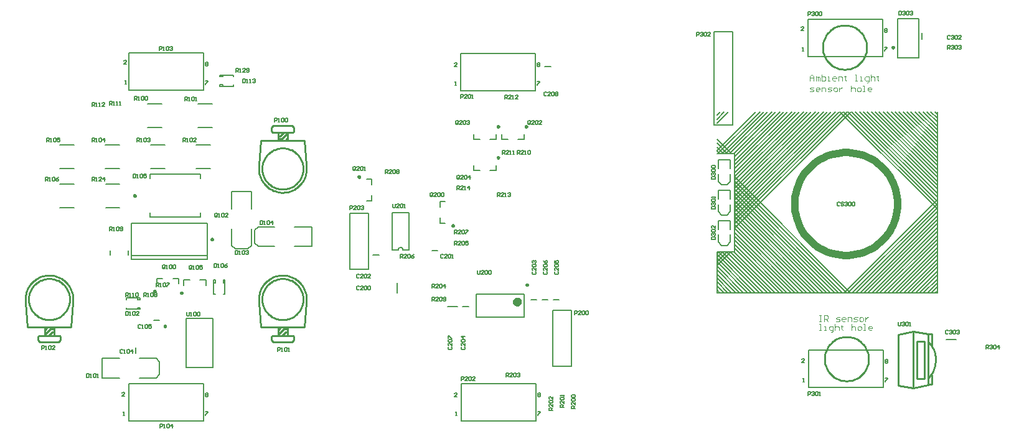
<source format=gto>
%FSDAX24Y24*%
%MOIN*%
%SFA1B1*%

%IPPOS*%
%ADD33C,0.010000*%
%ADD64C,0.039400*%
%ADD65C,0.009800*%
%ADD66C,0.023600*%
%ADD67C,0.007900*%
%ADD68C,0.005000*%
%ADD69C,0.003900*%
%LNde-180417-1*%
%LPD*%
G54D33*
X023017Y024955D02*
D01*
X023027Y025043*
X023031Y025132*
X023029Y025222*
X023021Y025311*
X023007Y025399*
X022986Y025486*
X022960Y025571*
X022928Y025654*
X022890Y025735*
X022846Y025813*
X022797Y025888*
X022743Y025959*
X022684Y026026*
X022621Y026089*
X022553Y026148*
X022481Y026201*
X022406Y026249*
X022328Y026292*
X022247Y026330*
X022163Y026361*
X022078Y026387*
X021991Y026407*
X021902Y026421*
X021813Y026428*
X021724Y026429*
X021635Y026424*
X021546Y026413*
X021458Y026395*
X021372Y026372*
X021288Y026343*
X021206Y026307*
X021126Y026266*
X021050Y026220*
X020977Y026169*
X020908Y026112*
X020843Y026051*
X020782Y025985*
X020726Y025916*
X020675Y025842*
X020629Y025765*
X020589Y025686*
X020555Y025603*
X020526Y025519*
X020503Y025432*
X020487Y025345*
X020476Y025256*
X020472Y025167*
X020474Y025077*
X020482Y024988*
X020488Y024948*
X022852Y025150D02*
D01*
X022849Y025226*
X022841Y025303*
X022827Y025379*
X022809Y025453*
X022785Y025526*
X022756Y025598*
X022723Y025667*
X022684Y025733*
X022641Y025797*
X022594Y025858*
X022542Y025915*
X022487Y025968*
X022428Y026018*
X022366Y026063*
X022301Y026104*
X022233Y026140*
X022162Y026171*
X022090Y026198*
X022016Y026219*
X021941Y026235*
X021865Y026245*
X021788Y026251*
X021711*
X021634Y026245*
X021558Y026235*
X021483Y026219*
X021409Y026198*
X021337Y026171*
X021266Y026140*
X021199Y026104*
X021133Y026063*
X021071Y026018*
X021012Y025968*
X020957Y025915*
X020905Y025858*
X020858Y025797*
X020815Y025733*
X020776Y025667*
X020743Y025598*
X020714Y025526*
X020690Y025453*
X020672Y025379*
X020658Y025303*
X020650Y025226*
X020648Y025150*
X020650Y025073*
X020658Y024996*
X020672Y024920*
X020690Y024846*
X020714Y024773*
X020743Y024701*
X020776Y024632*
X020815Y024566*
X020858Y024502*
X020905Y024441*
X020957Y024384*
X021012Y024331*
X021071Y024281*
X021133Y024236*
X021199Y024195*
X021266Y024159*
X021337Y024128*
X021409Y024101*
X021483Y024080*
X021558Y024064*
X021634Y024054*
X021711Y024048*
X021788*
X021865Y024054*
X021941Y024064*
X022016Y024080*
X022090Y024101*
X022162Y024128*
X022233Y024159*
X022301Y024195*
X022366Y024236*
X022428Y024281*
X022487Y024331*
X022542Y024384*
X022594Y024441*
X022641Y024502*
X022684Y024566*
X022723Y024632*
X022756Y024701*
X022785Y024773*
X022809Y024846*
X022827Y024920*
X022841Y024996*
X022849Y025073*
X022852Y025150*
X035517Y024955D02*
D01*
X035527Y025043*
X035531Y025132*
X035529Y025222*
X035521Y025311*
X035507Y025399*
X035486Y025486*
X035460Y025571*
X035428Y025654*
X035390Y025735*
X035346Y025813*
X035297Y025888*
X035243Y025959*
X035184Y026026*
X035121Y026089*
X035053Y026148*
X034981Y026201*
X034906Y026249*
X034828Y026292*
X034747Y026330*
X034663Y026361*
X034578Y026387*
X034491Y026407*
X034402Y026421*
X034313Y026428*
X034224Y026429*
X034135Y026424*
X034046Y026413*
X033958Y026395*
X033872Y026372*
X033788Y026343*
X033706Y026307*
X033626Y026266*
X033550Y026220*
X033477Y026169*
X033408Y026112*
X033343Y026051*
X033282Y025985*
X033226Y025916*
X033175Y025842*
X033129Y025765*
X033089Y025686*
X033055Y025603*
X033026Y025519*
X033003Y025432*
X032987Y025345*
X032976Y025256*
X032972Y025167*
X032974Y025077*
X032982Y024988*
X032988Y024948*
X035352Y025150D02*
D01*
X035349Y025226*
X035341Y025303*
X035327Y025379*
X035309Y025453*
X035285Y025526*
X035256Y025598*
X035223Y025667*
X035184Y025733*
X035141Y025797*
X035094Y025858*
X035042Y025915*
X034987Y025968*
X034928Y026018*
X034866Y026063*
X034801Y026104*
X034733Y026140*
X034662Y026171*
X034590Y026198*
X034516Y026219*
X034441Y026235*
X034365Y026245*
X034288Y026251*
X034211*
X034134Y026245*
X034058Y026235*
X033983Y026219*
X033909Y026198*
X033837Y026171*
X033766Y026140*
X033699Y026104*
X033633Y026063*
X033571Y026018*
X033512Y025968*
X033457Y025915*
X033405Y025858*
X033358Y025797*
X033315Y025733*
X033276Y025667*
X033243Y025598*
X033214Y025526*
X033190Y025453*
X033172Y025379*
X033158Y025303*
X033150Y025226*
X033148Y025150*
X033150Y025073*
X033158Y024996*
X033172Y024920*
X033190Y024846*
X033214Y024773*
X033243Y024701*
X033276Y024632*
X033315Y024566*
X033358Y024502*
X033405Y024441*
X033457Y024384*
X033512Y024331*
X033571Y024281*
X033633Y024236*
X033699Y024195*
X033766Y024159*
X033837Y024128*
X033909Y024101*
X033983Y024080*
X034058Y024064*
X034134Y024054*
X034211Y024048*
X034288*
X034365Y024054*
X034441Y024064*
X034516Y024080*
X034590Y024101*
X034662Y024128*
X034733Y024159*
X034801Y024195*
X034866Y024236*
X034928Y024281*
X034987Y024331*
X035042Y024384*
X035094Y024441*
X035141Y024502*
X035184Y024566*
X035223Y024632*
X035256Y024701*
X035285Y024773*
X035309Y024846*
X035327Y024920*
X035341Y024996*
X035349Y025073*
X035352Y025150*
X032983Y032345D02*
D01*
X032972Y032256*
X032968Y032167*
X032970Y032077*
X032978Y031988*
X032992Y031900*
X033013Y031813*
X033039Y031728*
X033071Y031645*
X033109Y031564*
X033153Y031486*
X033202Y031411*
X033256Y031340*
X033315Y031273*
X033378Y031210*
X033446Y031151*
X033518Y031098*
X033593Y031050*
X033671Y031007*
X033752Y030969*
X033836Y030938*
X033921Y030912*
X034008Y030892*
X034097Y030878*
X034186Y030871*
X034275Y030870*
X034364Y030875*
X034453Y030886*
X034541Y030904*
X034627Y030927*
X034711Y030956*
X034793Y030992*
X034873Y031033*
X034949Y031079*
X035022Y031130*
X035091Y031187*
X035156Y031248*
X035217Y031314*
X035273Y031383*
X035324Y031457*
X035370Y031534*
X035410Y031613*
X035444Y031696*
X035473Y031780*
X035496Y031867*
X035513Y031955*
X035523Y032043*
X035527Y032132*
X035525Y032222*
X035517Y032311*
X035512Y032352*
X035352Y032150D02*
D01*
X035349Y032226*
X035341Y032303*
X035327Y032379*
X035309Y032453*
X035285Y032526*
X035256Y032598*
X035223Y032667*
X035184Y032733*
X035141Y032797*
X035094Y032858*
X035042Y032915*
X034987Y032968*
X034928Y033018*
X034866Y033063*
X034801Y033104*
X034733Y033140*
X034662Y033171*
X034590Y033198*
X034516Y033219*
X034441Y033235*
X034365Y033245*
X034288Y033251*
X034211*
X034134Y033245*
X034058Y033235*
X033983Y033219*
X033909Y033198*
X033837Y033171*
X033766Y033140*
X033699Y033104*
X033633Y033063*
X033571Y033018*
X033512Y032968*
X033457Y032915*
X033405Y032858*
X033358Y032797*
X033315Y032733*
X033276Y032667*
X033243Y032598*
X033214Y032526*
X033190Y032453*
X033172Y032379*
X033158Y032303*
X033150Y032226*
X033148Y032150*
X033150Y032073*
X033158Y031996*
X033172Y031920*
X033190Y031846*
X033214Y031773*
X033243Y031701*
X033276Y031632*
X033315Y031566*
X033358Y031502*
X033405Y031441*
X033457Y031384*
X033512Y031331*
X033571Y031281*
X033633Y031236*
X033699Y031195*
X033766Y031159*
X033837Y031128*
X033909Y031101*
X033983Y031080*
X034058Y031064*
X034134Y031054*
X034211Y031048*
X034288*
X034365Y031054*
X034441Y031064*
X034516Y031080*
X034590Y031101*
X034662Y031128*
X034733Y031159*
X034801Y031195*
X034866Y031236*
X034928Y031281*
X034987Y031331*
X035042Y031384*
X035094Y031441*
X035141Y031502*
X035184Y031566*
X035223Y031632*
X035256Y031701*
X035285Y031773*
X035309Y031846*
X035327Y031920*
X035341Y031996*
X035349Y032073*
X035352Y032150*
X068800Y020900D02*
D01*
X068867Y020972*
X068929Y021048*
X068986Y021129*
X069036Y021214*
X069081Y021302*
X069120Y021393*
X069152Y021486*
X069177Y021581*
X069196Y021678*
X069208Y021776*
X069213Y021875*
X069212Y021974*
X069203Y022072*
X069188Y022169*
X069166Y022266*
X069137Y022360*
X069101Y022452*
X069060Y022542*
X069012Y022628*
X068958Y022711*
X068899Y022789*
X068834Y022864*
X068800Y022900*
X065631Y021950D02*
D01*
X065628Y022032*
X065619Y022114*
X065605Y022195*
X065585Y022275*
X065559Y022353*
X065528Y022430*
X065492Y022504*
X065451Y022575*
X065405Y022644*
X065354Y022709*
X065299Y022770*
X065240Y022827*
X065177Y022880*
X065110Y022929*
X065040Y022972*
X064967Y023011*
X064892Y023045*
X064814Y023073*
X064735Y023095*
X064655Y023113*
X064573Y023124*
X064491Y023130*
X064408*
X064326Y023124*
X064244Y023113*
X064164Y023095*
X064085Y023073*
X064007Y023045*
X063932Y023011*
X063859Y022972*
X063789Y022929*
X063722Y022880*
X063659Y022827*
X063600Y022770*
X063545Y022709*
X063494Y022644*
X063448Y022575*
X063407Y022504*
X063371Y022430*
X063340Y022353*
X063314Y022275*
X063294Y022195*
X063280Y022114*
X063271Y022032*
X063269Y021950*
X063271Y021867*
X063280Y021785*
X063294Y021704*
X063314Y021624*
X063340Y021546*
X063371Y021469*
X063407Y021395*
X063448Y021324*
X063494Y021255*
X063545Y021190*
X063600Y021129*
X063659Y021072*
X063722Y021019*
X063789Y020970*
X063859Y020927*
X063932Y020888*
X064007Y020854*
X064085Y020826*
X064164Y020804*
X064244Y020786*
X064326Y020775*
X064408Y020769*
X064491*
X064573Y020775*
X064655Y020786*
X064735Y020804*
X064814Y020826*
X064892Y020854*
X064967Y020888*
X065040Y020927*
X065110Y020970*
X065177Y021019*
X065240Y021072*
X065299Y021129*
X065354Y021190*
X065405Y021255*
X065451Y021324*
X065492Y021395*
X065528Y021469*
X065559Y021546*
X065585Y021624*
X065605Y021704*
X065619Y021785*
X065628Y021867*
X065631Y021950*
X065531Y038650D02*
D01*
X065528Y038732*
X065519Y038814*
X065505Y038895*
X065485Y038975*
X065459Y039053*
X065428Y039130*
X065392Y039204*
X065351Y039275*
X065305Y039344*
X065254Y039409*
X065199Y039470*
X065140Y039527*
X065077Y039580*
X065010Y039629*
X064940Y039672*
X064867Y039711*
X064792Y039745*
X064714Y039773*
X064635Y039795*
X064555Y039813*
X064473Y039824*
X064391Y039830*
X064308*
X064226Y039824*
X064144Y039813*
X064064Y039795*
X063985Y039773*
X063907Y039745*
X063832Y039711*
X063759Y039672*
X063689Y039629*
X063622Y039580*
X063559Y039527*
X063500Y039470*
X063445Y039409*
X063394Y039344*
X063348Y039275*
X063307Y039204*
X063271Y039130*
X063240Y039053*
X063214Y038975*
X063194Y038895*
X063180Y038814*
X063171Y038732*
X063169Y038650*
X063171Y038567*
X063180Y038485*
X063194Y038404*
X063214Y038324*
X063240Y038246*
X063271Y038169*
X063307Y038095*
X063348Y038024*
X063394Y037955*
X063445Y037890*
X063500Y037829*
X063559Y037772*
X063622Y037719*
X063689Y037670*
X063759Y037627*
X063832Y037588*
X063907Y037554*
X063985Y037526*
X064064Y037504*
X064144Y037486*
X064226Y037475*
X064308Y037469*
X064391*
X064473Y037475*
X064555Y037486*
X064635Y037504*
X064714Y037526*
X064792Y037554*
X064867Y037588*
X064940Y037627*
X065010Y037670*
X065077Y037719*
X065140Y037772*
X065199Y037829*
X065254Y037890*
X065305Y037955*
X065351Y038024*
X065392Y038095*
X065428Y038169*
X065459Y038246*
X065485Y038324*
X065505Y038404*
X065519Y038485*
X065528Y038567*
X065531Y038650*
X021500Y023500D02*
X021600Y023600D01*
X021550Y023300D02*
X021800Y023550D01*
X022000*
X021650Y023200D02*
X021700D01*
X021900Y023400*
X022000*
X021500Y023200D02*
X022000D01*
X021500D02*
Y023650D01*
X021200Y023200D02*
X021500D01*
X021150Y023150D02*
X021200Y023200D01*
X021150Y022950D02*
Y023150D01*
Y022950D02*
X021250Y022850D01*
X022250*
X022350Y022950*
Y023150*
X022300Y023200D02*
X022350Y023150D01*
X022000Y023200D02*
X022300D01*
X022000D02*
Y023650D01*
X020488Y024948D02*
X020569Y023654D01*
X022931D02*
X023017Y024955D01*
X020569Y023650D02*
X022931D01*
X034000Y023500D02*
X034100Y023600D01*
X034050Y023300D02*
X034300Y023550D01*
X034500*
X034150Y023200D02*
X034200D01*
X034400Y023400*
X034500*
X034000Y023200D02*
X034500D01*
X034000D02*
Y023650D01*
X033700Y023200D02*
X034000D01*
X033650Y023150D02*
X033700Y023200D01*
X033650Y022950D02*
Y023150D01*
Y022950D02*
X033750Y022850D01*
X034750*
X034850Y022950*
Y023150*
X034800Y023200D02*
X034850Y023150D01*
X034500Y023200D02*
X034800D01*
X034500D02*
Y023650D01*
X032988Y024948D02*
X033069Y023654D01*
X035431D02*
X035517Y024955D01*
X033069Y023650D02*
X035431D01*
X034400Y033700D02*
X034500Y033800D01*
X034200Y033750D02*
X034450Y034000D01*
X034000Y033750D02*
X034200D01*
X034300Y034100D02*
X034350D01*
X034100Y033900D02*
X034300Y034100D01*
X034000Y033900D02*
X034100D01*
X034000Y034100D02*
X034500D01*
Y033650D02*
Y034100D01*
X034800*
X034850Y034150*
Y034350*
X034750Y034450D02*
X034850Y034350D01*
X033750Y034450D02*
X034750D01*
X033650Y034350D02*
X033750Y034450D01*
X033650Y034150D02*
Y034350D01*
Y034150D02*
X033700Y034100D01*
X034000*
Y033650D02*
Y034100D01*
X035431Y033646D02*
X035512Y032352D01*
X032983Y032345D02*
X033069Y033646D01*
Y033650D02*
X035431D01*
X068800Y020557D02*
Y023300D01*
X067200Y020518D02*
Y023261D01*
X068000Y020400D02*
X068800Y020557D01*
X067200Y023261D02*
X068000Y023418D01*
X068800Y023300*
X067200Y020518D02*
X068000Y020400D01*
Y023418*
X068200Y020900D02*
Y022900D01*
X068600*
Y020900D02*
Y022900D01*
X068200Y020900D02*
X068600D01*
X068800Y020557D02*
X068843Y020600D01*
X069000*
Y021100*
X068800Y023300D02*
X069000D01*
Y022700D02*
Y023300D01*
G54D64*
X067185Y030255D02*
D01*
X067178Y030447*
X067158Y030638*
X067124Y030828*
X067078Y031014*
X067018Y031197*
X066946Y031375*
X066862Y031548*
X066766Y031715*
X066658Y031874*
X066540Y032026*
X066411Y032169*
X066273Y032303*
X066125Y032426*
X065970Y032539*
X065807Y032641*
X065637Y032732*
X065461Y032810*
X065280Y032876*
X065095Y032929*
X064907Y032969*
X064717Y032995*
X064525Y033009*
X064332*
X064140Y032995*
X063950Y032969*
X063762Y032929*
X063577Y032876*
X063396Y032810*
X063220Y032732*
X063051Y032641*
X062887Y032539*
X062732Y032426*
X062584Y032303*
X062446Y032169*
X062317Y032026*
X062199Y031874*
X062091Y031715*
X061995Y031548*
X061911Y031375*
X061839Y031197*
X061779Y031014*
X061733Y030828*
X061699Y030638*
X061679Y030447*
X061673Y030255*
X061679Y030062*
X061699Y029871*
X061733Y029681*
X061779Y029495*
X061839Y029312*
X061911Y029134*
X061995Y028961*
X062091Y028794*
X062199Y028635*
X062317Y028483*
X062446Y028340*
X062584Y028206*
X062732Y028083*
X062887Y027970*
X063051Y027868*
X063220Y027777*
X063396Y027699*
X063577Y027633*
X063762Y027580*
X063950Y027540*
X064140Y027514*
X064332Y027500*
X064525*
X064717Y027514*
X064907Y027540*
X065095Y027580*
X065280Y027633*
X065461Y027699*
X065637Y027777*
X065807Y027868*
X065970Y027970*
X066125Y028083*
X066273Y028206*
X066411Y028340*
X066540Y028483*
X066658Y028635*
X066766Y028794*
X066862Y028961*
X066946Y029134*
X067018Y029312*
X067078Y029495*
X067124Y029681*
X067158Y029871*
X067178Y030062*
X067185Y030255*
G54D65*
X026378Y030700D02*
D01*
X026377Y030703*
X026377Y030706*
X026376Y030710*
X026376Y030713*
X026375Y030716*
X026373Y030719*
X026372Y030723*
X026370Y030725*
X026368Y030728*
X026366Y030731*
X026364Y030734*
X026361Y030736*
X026359Y030738*
X026356Y030740*
X026353Y030742*
X026350Y030744*
X026347Y030745*
X026344Y030746*
X026340Y030747*
X026337Y030748*
X026334Y030748*
X026330Y030748*
X026327*
X026323Y030748*
X026320Y030748*
X026317Y030747*
X026313Y030746*
X026310Y030745*
X026307Y030744*
X026304Y030742*
X026301Y030740*
X026298Y030738*
X026296Y030736*
X026293Y030734*
X026291Y030731*
X026289Y030728*
X026287Y030725*
X026285Y030723*
X026284Y030719*
X026282Y030716*
X026281Y030713*
X026281Y030710*
X026280Y030706*
X026280Y030703*
X026280Y030700*
X026280Y030696*
X026280Y030693*
X026281Y030689*
X026281Y030686*
X026282Y030683*
X026284Y030680*
X026285Y030676*
X026287Y030674*
X026289Y030671*
X026291Y030668*
X026293Y030665*
X026296Y030663*
X026298Y030661*
X026301Y030659*
X026304Y030657*
X026307Y030655*
X026310Y030654*
X026313Y030653*
X026317Y030652*
X026320Y030651*
X026323Y030651*
X026327Y030651*
X026330*
X026334Y030651*
X026337Y030651*
X026340Y030652*
X026344Y030653*
X026347Y030654*
X026350Y030655*
X026353Y030657*
X026356Y030659*
X026359Y030661*
X026361Y030663*
X026364Y030665*
X026366Y030668*
X026368Y030671*
X026370Y030674*
X026372Y030676*
X026373Y030680*
X026375Y030683*
X026376Y030686*
X026376Y030689*
X026377Y030693*
X026377Y030696*
X026378Y030700*
X027441Y025577D02*
D01*
X027440Y025580*
X027440Y025583*
X027439Y025587*
X027439Y025590*
X027438Y025593*
X027436Y025596*
X027435Y025600*
X027433Y025602*
X027431Y025605*
X027429Y025608*
X027427Y025611*
X027424Y025613*
X027422Y025615*
X027419Y025617*
X027416Y025619*
X027413Y025621*
X027410Y025622*
X027407Y025623*
X027403Y025624*
X027400Y025625*
X027397Y025625*
X027393Y025625*
X027390*
X027386Y025625*
X027383Y025625*
X027380Y025624*
X027376Y025623*
X027373Y025622*
X027370Y025621*
X027367Y025619*
X027364Y025617*
X027361Y025615*
X027359Y025613*
X027356Y025611*
X027354Y025608*
X027352Y025605*
X027350Y025602*
X027348Y025600*
X027347Y025596*
X027345Y025593*
X027344Y025590*
X027344Y025587*
X027343Y025583*
X027343Y025580*
X027343Y025577*
X027343Y025573*
X027343Y025570*
X027344Y025566*
X027344Y025563*
X027345Y025560*
X027347Y025557*
X027348Y025553*
X027350Y025551*
X027352Y025548*
X027354Y025545*
X027356Y025542*
X027359Y025540*
X027361Y025538*
X027364Y025536*
X027367Y025534*
X027370Y025532*
X027373Y025531*
X027376Y025530*
X027380Y025529*
X027383Y025528*
X027386Y025528*
X027390Y025528*
X027393*
X027397Y025528*
X027400Y025528*
X027403Y025529*
X027407Y025530*
X027410Y025531*
X027413Y025532*
X027416Y025534*
X027419Y025536*
X027422Y025538*
X027424Y025540*
X027427Y025542*
X027429Y025545*
X027431Y025548*
X027433Y025551*
X027435Y025553*
X027436Y025557*
X027438Y025560*
X027439Y025563*
X027439Y025566*
X027440Y025570*
X027440Y025573*
X027441Y025577*
X047334Y034400D02*
D01*
X047333Y034403*
X047333Y034406*
X047332Y034410*
X047332Y034413*
X047331Y034416*
X047329Y034419*
X047328Y034423*
X047326Y034425*
X047324Y034428*
X047322Y034431*
X047320Y034434*
X047317Y034436*
X047315Y034438*
X047312Y034440*
X047309Y034442*
X047306Y034444*
X047303Y034445*
X047300Y034446*
X047296Y034447*
X047293Y034448*
X047290Y034448*
X047286Y034448*
X047283*
X047279Y034448*
X047276Y034448*
X047273Y034447*
X047269Y034446*
X047266Y034445*
X047263Y034444*
X047260Y034442*
X047257Y034440*
X047254Y034438*
X047252Y034436*
X047249Y034434*
X047247Y034431*
X047245Y034428*
X047243Y034425*
X047241Y034423*
X047240Y034419*
X047238Y034416*
X047237Y034413*
X047237Y034410*
X047236Y034406*
X047236Y034403*
X047236Y034400*
X047236Y034396*
X047236Y034393*
X047237Y034389*
X047237Y034386*
X047238Y034383*
X047240Y034380*
X047241Y034376*
X047243Y034374*
X047245Y034371*
X047247Y034368*
X047249Y034365*
X047252Y034363*
X047254Y034361*
X047257Y034359*
X047260Y034357*
X047263Y034355*
X047266Y034354*
X047269Y034353*
X047273Y034352*
X047276Y034351*
X047279Y034351*
X047283Y034351*
X047286*
X047290Y034351*
X047293Y034351*
X047296Y034352*
X047300Y034353*
X047303Y034354*
X047306Y034355*
X047309Y034357*
X047312Y034359*
X047315Y034361*
X047317Y034363*
X047320Y034365*
X047322Y034368*
X047324Y034371*
X047326Y034374*
X047328Y034376*
X047329Y034380*
X047331Y034383*
X047332Y034386*
X047332Y034389*
X047333Y034393*
X047333Y034396*
X047334Y034400*
X030513Y028360D02*
D01*
X030512Y028363*
X030512Y028366*
X030511Y028370*
X030511Y028373*
X030510Y028376*
X030508Y028379*
X030507Y028383*
X030505Y028385*
X030503Y028388*
X030501Y028391*
X030499Y028394*
X030496Y028396*
X030494Y028398*
X030491Y028400*
X030488Y028402*
X030485Y028404*
X030482Y028405*
X030479Y028406*
X030475Y028407*
X030472Y028408*
X030469Y028408*
X030465Y028408*
X030462*
X030458Y028408*
X030455Y028408*
X030452Y028407*
X030448Y028406*
X030445Y028405*
X030442Y028404*
X030439Y028402*
X030436Y028400*
X030433Y028398*
X030431Y028396*
X030428Y028394*
X030426Y028391*
X030424Y028388*
X030422Y028385*
X030420Y028383*
X030419Y028379*
X030417Y028376*
X030416Y028373*
X030416Y028370*
X030415Y028366*
X030415Y028363*
X030415Y028360*
X030415Y028356*
X030415Y028353*
X030416Y028349*
X030416Y028346*
X030417Y028343*
X030419Y028340*
X030420Y028336*
X030422Y028334*
X030424Y028331*
X030426Y028328*
X030428Y028325*
X030431Y028323*
X030433Y028321*
X030436Y028319*
X030439Y028317*
X030442Y028315*
X030445Y028314*
X030448Y028313*
X030452Y028312*
X030455Y028311*
X030458Y028311*
X030462Y028311*
X030465*
X030469Y028311*
X030472Y028311*
X030475Y028312*
X030479Y028313*
X030482Y028314*
X030485Y028315*
X030488Y028317*
X030491Y028319*
X030494Y028321*
X030496Y028323*
X030499Y028325*
X030501Y028328*
X030503Y028331*
X030505Y028334*
X030507Y028336*
X030508Y028340*
X030510Y028343*
X030511Y028346*
X030511Y028349*
X030512Y028353*
X030512Y028356*
X030513Y028360*
X045834Y034400D02*
D01*
X045833Y034403*
X045833Y034406*
X045832Y034410*
X045832Y034413*
X045831Y034416*
X045829Y034419*
X045828Y034423*
X045826Y034425*
X045824Y034428*
X045822Y034431*
X045820Y034434*
X045817Y034436*
X045815Y034438*
X045812Y034440*
X045809Y034442*
X045806Y034444*
X045803Y034445*
X045800Y034446*
X045796Y034447*
X045793Y034448*
X045790Y034448*
X045786Y034448*
X045783*
X045779Y034448*
X045776Y034448*
X045773Y034447*
X045769Y034446*
X045766Y034445*
X045763Y034444*
X045760Y034442*
X045757Y034440*
X045754Y034438*
X045752Y034436*
X045749Y034434*
X045747Y034431*
X045745Y034428*
X045743Y034425*
X045741Y034423*
X045740Y034419*
X045738Y034416*
X045737Y034413*
X045737Y034410*
X045736Y034406*
X045736Y034403*
X045736Y034400*
X045736Y034396*
X045736Y034393*
X045737Y034389*
X045737Y034386*
X045738Y034383*
X045740Y034380*
X045741Y034376*
X045743Y034374*
X045745Y034371*
X045747Y034368*
X045749Y034365*
X045752Y034363*
X045754Y034361*
X045757Y034359*
X045760Y034357*
X045763Y034355*
X045766Y034354*
X045769Y034353*
X045773Y034352*
X045776Y034351*
X045779Y034351*
X045783Y034351*
X045786*
X045790Y034351*
X045793Y034351*
X045796Y034352*
X045800Y034353*
X045803Y034354*
X045806Y034355*
X045809Y034357*
X045812Y034359*
X045815Y034361*
X045817Y034363*
X045820Y034365*
X045822Y034368*
X045824Y034371*
X045826Y034374*
X045828Y034376*
X045829Y034380*
X045831Y034383*
X045832Y034386*
X045832Y034389*
X045833Y034393*
X045833Y034396*
X045834Y034400*
Y032750D02*
D01*
X045833Y032753*
X045833Y032756*
X045832Y032760*
X045832Y032763*
X045831Y032766*
X045829Y032769*
X045828Y032773*
X045826Y032775*
X045824Y032778*
X045822Y032781*
X045820Y032784*
X045817Y032786*
X045815Y032788*
X045812Y032790*
X045809Y032792*
X045806Y032794*
X045803Y032795*
X045800Y032796*
X045796Y032797*
X045793Y032798*
X045790Y032798*
X045786Y032798*
X045783*
X045779Y032798*
X045776Y032798*
X045773Y032797*
X045769Y032796*
X045766Y032795*
X045763Y032794*
X045760Y032792*
X045757Y032790*
X045754Y032788*
X045752Y032786*
X045749Y032784*
X045747Y032781*
X045745Y032778*
X045743Y032775*
X045741Y032773*
X045740Y032769*
X045738Y032766*
X045737Y032763*
X045737Y032760*
X045736Y032756*
X045736Y032753*
X045736Y032750*
X045736Y032746*
X045736Y032743*
X045737Y032739*
X045737Y032736*
X045738Y032733*
X045740Y032730*
X045741Y032726*
X045743Y032724*
X045745Y032721*
X045747Y032718*
X045749Y032715*
X045752Y032713*
X045754Y032711*
X045757Y032709*
X045760Y032707*
X045763Y032705*
X045766Y032704*
X045769Y032703*
X045773Y032702*
X045776Y032701*
X045779Y032701*
X045783Y032701*
X045786*
X045790Y032701*
X045793Y032701*
X045796Y032702*
X045800Y032703*
X045803Y032704*
X045806Y032705*
X045809Y032707*
X045812Y032709*
X045815Y032711*
X045817Y032713*
X045820Y032715*
X045822Y032718*
X045824Y032721*
X045826Y032724*
X045828Y032726*
X045829Y032730*
X045831Y032733*
X045832Y032736*
X045832Y032739*
X045833Y032743*
X045833Y032746*
X045834Y032750*
X028891Y025487D02*
D01*
X028890Y025490*
X028890Y025493*
X028889Y025497*
X028889Y025500*
X028888Y025503*
X028886Y025506*
X028885Y025510*
X028883Y025512*
X028881Y025515*
X028879Y025518*
X028877Y025521*
X028874Y025523*
X028872Y025525*
X028869Y025527*
X028866Y025529*
X028863Y025531*
X028860Y025532*
X028857Y025533*
X028853Y025534*
X028850Y025535*
X028847Y025535*
X028843Y025535*
X028840*
X028836Y025535*
X028833Y025535*
X028830Y025534*
X028826Y025533*
X028823Y025532*
X028820Y025531*
X028817Y025529*
X028814Y025527*
X028811Y025525*
X028809Y025523*
X028806Y025521*
X028804Y025518*
X028802Y025515*
X028800Y025512*
X028798Y025510*
X028797Y025506*
X028795Y025503*
X028794Y025500*
X028794Y025497*
X028793Y025493*
X028793Y025490*
X028793Y025487*
X028793Y025483*
X028793Y025480*
X028794Y025476*
X028794Y025473*
X028795Y025470*
X028797Y025467*
X028798Y025463*
X028800Y025461*
X028802Y025458*
X028804Y025455*
X028806Y025452*
X028809Y025450*
X028811Y025448*
X028814Y025446*
X028817Y025444*
X028820Y025442*
X028823Y025441*
X028826Y025440*
X028830Y025439*
X028833Y025438*
X028836Y025438*
X028840Y025438*
X028843*
X028847Y025438*
X028850Y025438*
X028853Y025439*
X028857Y025440*
X028860Y025441*
X028863Y025442*
X028866Y025444*
X028869Y025446*
X028872Y025448*
X028874Y025450*
X028877Y025452*
X028879Y025455*
X028881Y025458*
X028883Y025461*
X028885Y025463*
X028886Y025467*
X028888Y025470*
X028889Y025473*
X028889Y025476*
X028890Y025480*
X028890Y025483*
X028891Y025487*
X043413Y029091D02*
D01*
X043412Y029094*
X043412Y029097*
X043411Y029101*
X043411Y029104*
X043410Y029107*
X043408Y029110*
X043407Y029114*
X043405Y029116*
X043403Y029119*
X043401Y029122*
X043399Y029125*
X043396Y029127*
X043394Y029129*
X043391Y029131*
X043388Y029133*
X043385Y029135*
X043382Y029136*
X043379Y029137*
X043375Y029138*
X043372Y029139*
X043369Y029139*
X043365Y029139*
X043362*
X043358Y029139*
X043355Y029139*
X043352Y029138*
X043348Y029137*
X043345Y029136*
X043342Y029135*
X043339Y029133*
X043336Y029131*
X043333Y029129*
X043331Y029127*
X043328Y029125*
X043326Y029122*
X043324Y029119*
X043322Y029116*
X043320Y029114*
X043319Y029110*
X043317Y029107*
X043316Y029104*
X043316Y029101*
X043315Y029097*
X043315Y029094*
X043315Y029091*
X043315Y029087*
X043315Y029084*
X043316Y029080*
X043316Y029077*
X043317Y029074*
X043319Y029071*
X043320Y029067*
X043322Y029065*
X043324Y029062*
X043326Y029059*
X043328Y029056*
X043331Y029054*
X043333Y029052*
X043336Y029050*
X043339Y029048*
X043342Y029046*
X043345Y029045*
X043348Y029044*
X043352Y029043*
X043355Y029042*
X043358Y029042*
X043362Y029042*
X043365*
X043369Y029042*
X043372Y029042*
X043375Y029043*
X043379Y029044*
X043382Y029045*
X043385Y029046*
X043388Y029048*
X043391Y029050*
X043394Y029052*
X043396Y029054*
X043399Y029056*
X043401Y029059*
X043403Y029062*
X043405Y029065*
X043407Y029067*
X043408Y029071*
X043410Y029074*
X043411Y029077*
X043411Y029080*
X043412Y029084*
X043412Y029087*
X043413Y029091*
X038386Y031709D02*
D01*
X038385Y031712*
X038385Y031715*
X038384Y031719*
X038384Y031722*
X038383Y031725*
X038381Y031728*
X038380Y031732*
X038378Y031734*
X038376Y031737*
X038374Y031740*
X038372Y031743*
X038369Y031745*
X038367Y031747*
X038364Y031749*
X038361Y031751*
X038358Y031753*
X038355Y031754*
X038352Y031755*
X038348Y031756*
X038345Y031757*
X038342Y031757*
X038338Y031757*
X038335*
X038331Y031757*
X038328Y031757*
X038325Y031756*
X038321Y031755*
X038318Y031754*
X038315Y031753*
X038312Y031751*
X038309Y031749*
X038306Y031747*
X038304Y031745*
X038301Y031743*
X038299Y031740*
X038297Y031737*
X038295Y031734*
X038293Y031732*
X038292Y031728*
X038290Y031725*
X038289Y031722*
X038289Y031719*
X038288Y031715*
X038288Y031712*
X038288Y031709*
X038288Y031705*
X038288Y031702*
X038289Y031698*
X038289Y031695*
X038290Y031692*
X038292Y031689*
X038293Y031685*
X038295Y031683*
X038297Y031680*
X038299Y031677*
X038301Y031674*
X038304Y031672*
X038306Y031670*
X038309Y031668*
X038312Y031666*
X038315Y031664*
X038318Y031663*
X038321Y031662*
X038325Y031661*
X038328Y031660*
X038331Y031660*
X038335Y031660*
X038338*
X038342Y031660*
X038345Y031660*
X038348Y031661*
X038352Y031662*
X038355Y031663*
X038358Y031664*
X038361Y031666*
X038364Y031668*
X038367Y031670*
X038369Y031672*
X038372Y031674*
X038374Y031677*
X038376Y031680*
X038378Y031683*
X038380Y031685*
X038381Y031689*
X038383Y031692*
X038384Y031695*
X038384Y031698*
X038385Y031702*
X038385Y031705*
X038386Y031709*
X027999Y023706D02*
D01*
X027998Y023709*
X027998Y023712*
X027997Y023716*
X027997Y023719*
X027996Y023722*
X027994Y023725*
X027993Y023729*
X027991Y023731*
X027989Y023734*
X027987Y023737*
X027985Y023740*
X027982Y023742*
X027980Y023744*
X027977Y023746*
X027974Y023748*
X027971Y023750*
X027968Y023751*
X027965Y023752*
X027961Y023753*
X027958Y023754*
X027955Y023754*
X027951Y023754*
X027948*
X027944Y023754*
X027941Y023754*
X027938Y023753*
X027934Y023752*
X027931Y023751*
X027928Y023750*
X027925Y023748*
X027922Y023746*
X027919Y023744*
X027917Y023742*
X027914Y023740*
X027912Y023737*
X027910Y023734*
X027908Y023731*
X027906Y023729*
X027905Y023725*
X027903Y023722*
X027902Y023719*
X027902Y023716*
X027901Y023712*
X027901Y023709*
X027901Y023706*
X027901Y023702*
X027901Y023699*
X027902Y023695*
X027902Y023692*
X027903Y023689*
X027905Y023686*
X027906Y023682*
X027908Y023680*
X027910Y023677*
X027912Y023674*
X027914Y023671*
X027917Y023669*
X027919Y023667*
X027922Y023665*
X027925Y023663*
X027928Y023661*
X027931Y023660*
X027934Y023659*
X027938Y023658*
X027941Y023657*
X027944Y023657*
X027948Y023657*
X027951*
X027955Y023657*
X027958Y023657*
X027961Y023658*
X027965Y023659*
X027968Y023660*
X027971Y023661*
X027974Y023663*
X027977Y023665*
X027980Y023667*
X027982Y023669*
X027985Y023671*
X027987Y023674*
X027989Y023677*
X027991Y023680*
X027993Y023682*
X027994Y023686*
X027996Y023689*
X027997Y023692*
X027997Y023695*
X027998Y023699*
X027998Y023702*
X027999Y023706*
X047386Y025922D02*
D01*
X047385Y025925*
X047385Y025928*
X047384Y025932*
X047384Y025935*
X047383Y025938*
X047381Y025941*
X047380Y025945*
X047378Y025947*
X047376Y025950*
X047374Y025953*
X047372Y025956*
X047369Y025958*
X047367Y025960*
X047364Y025962*
X047361Y025964*
X047358Y025966*
X047355Y025967*
X047352Y025968*
X047348Y025969*
X047345Y025970*
X047342Y025970*
X047338Y025970*
X047335*
X047331Y025970*
X047328Y025970*
X047325Y025969*
X047321Y025968*
X047318Y025967*
X047315Y025966*
X047312Y025964*
X047309Y025962*
X047306Y025960*
X047304Y025958*
X047301Y025956*
X047299Y025953*
X047297Y025950*
X047295Y025947*
X047293Y025945*
X047292Y025941*
X047290Y025938*
X047289Y025935*
X047289Y025932*
X047288Y025928*
X047288Y025925*
X047288Y025922*
X047288Y025918*
X047288Y025915*
X047289Y025911*
X047289Y025908*
X047290Y025905*
X047292Y025902*
X047293Y025898*
X047295Y025896*
X047297Y025893*
X047299Y025890*
X047301Y025887*
X047304Y025885*
X047306Y025883*
X047309Y025881*
X047312Y025879*
X047315Y025877*
X047318Y025876*
X047321Y025875*
X047325Y025874*
X047328Y025873*
X047331Y025873*
X047335Y025873*
X047338*
X047342Y025873*
X047345Y025873*
X047348Y025874*
X047352Y025875*
X047355Y025876*
X047358Y025877*
X047361Y025879*
X047364Y025881*
X047367Y025883*
X047369Y025885*
X047372Y025887*
X047374Y025890*
X047376Y025893*
X047378Y025896*
X047380Y025898*
X047381Y025902*
X047383Y025905*
X047384Y025908*
X047384Y025911*
X047385Y025915*
X047385Y025918*
X047386Y025922*
X066992Y038650D02*
D01*
X066991Y038653*
X066991Y038656*
X066990Y038660*
X066990Y038663*
X066989Y038666*
X066987Y038669*
X066986Y038673*
X066984Y038675*
X066982Y038678*
X066980Y038681*
X066978Y038684*
X066975Y038686*
X066973Y038688*
X066970Y038690*
X066967Y038692*
X066964Y038694*
X066961Y038695*
X066958Y038696*
X066954Y038697*
X066951Y038698*
X066948Y038698*
X066944Y038698*
X066941*
X066937Y038698*
X066934Y038698*
X066931Y038697*
X066927Y038696*
X066924Y038695*
X066921Y038694*
X066918Y038692*
X066915Y038690*
X066912Y038688*
X066910Y038686*
X066907Y038684*
X066905Y038681*
X066903Y038678*
X066901Y038675*
X066899Y038673*
X066898Y038669*
X066896Y038666*
X066895Y038663*
X066895Y038660*
X066894Y038656*
X066894Y038653*
X066894Y038650*
X066894Y038646*
X066894Y038643*
X066895Y038639*
X066895Y038636*
X066896Y038633*
X066898Y038630*
X066899Y038626*
X066901Y038624*
X066903Y038621*
X066905Y038618*
X066907Y038615*
X066910Y038613*
X066912Y038611*
X066915Y038609*
X066918Y038607*
X066921Y038605*
X066924Y038604*
X066927Y038603*
X066931Y038602*
X066934Y038601*
X066937Y038601*
X066941Y038601*
X066944*
X066948Y038601*
X066951Y038601*
X066954Y038602*
X066958Y038603*
X066961Y038604*
X066964Y038605*
X066967Y038607*
X066970Y038609*
X066973Y038611*
X066975Y038613*
X066978Y038615*
X066980Y038618*
X066982Y038621*
X066984Y038624*
X066986Y038626*
X066987Y038630*
X066989Y038633*
X066990Y038636*
X066990Y038639*
X066991Y038643*
X066991Y038646*
X066992Y038650*
G54D66*
X046924Y025017D02*
D01*
X046923Y025025*
X046922Y025033*
X046921Y025041*
X046919Y025049*
X046916Y025057*
X046913Y025064*
X046910Y025072*
X046906Y025079*
X046901Y025086*
X046896Y025092*
X046890Y025098*
X046884Y025104*
X046878Y025109*
X046871Y025114*
X046865Y025119*
X046857Y025123*
X046850Y025126*
X046842Y025129*
X046834Y025131*
X046826Y025133*
X046818Y025134*
X046810Y025134*
X046801*
X046793Y025134*
X046785Y025133*
X046777Y025131*
X046769Y025129*
X046761Y025126*
X046754Y025123*
X046747Y025119*
X046740Y025114*
X046733Y025109*
X046727Y025104*
X046721Y025098*
X046715Y025092*
X046710Y025086*
X046705Y025079*
X046701Y025072*
X046698Y025064*
X046695Y025057*
X046692Y025049*
X046690Y025041*
X046689Y025033*
X046688Y025025*
X046688Y025017*
X046688Y025008*
X046689Y025000*
X046690Y024992*
X046692Y024984*
X046695Y024976*
X046698Y024969*
X046701Y024961*
X046705Y024954*
X046710Y024947*
X046715Y024941*
X046721Y024935*
X046727Y024929*
X046733Y024924*
X046740Y024919*
X046747Y024914*
X046754Y024910*
X046761Y024907*
X046769Y024904*
X046777Y024902*
X046785Y024900*
X046793Y024899*
X046801Y024899*
X046810*
X046818Y024899*
X046826Y024900*
X046834Y024902*
X046842Y024904*
X046850Y024907*
X046857Y024910*
X046865Y024914*
X046871Y024919*
X046878Y024924*
X046884Y024929*
X046890Y024935*
X046896Y024941*
X046901Y024947*
X046906Y024954*
X046910Y024961*
X046913Y024969*
X046916Y024976*
X046919Y024984*
X046921Y024992*
X046922Y025000*
X046923Y025008*
X046924Y025017*
G54D67*
X040692Y027800D02*
D01*
X040691Y027808*
X040690Y027817*
X040689Y027825*
X040687Y027834*
X040684Y027842*
X040681Y027850*
X040677Y027858*
X040673Y027866*
X040668Y027873*
X040662Y027880*
X040656Y027886*
X040650Y027892*
X040643Y027898*
X040636Y027903*
X040629Y027908*
X040621Y027912*
X040613Y027915*
X040605Y027918*
X040597Y027921*
X040588Y027923*
X040580Y027924*
X040571Y027924*
X040562*
X040553Y027924*
X040545Y027923*
X040536Y027921*
X040528Y027918*
X040520Y027915*
X040512Y027912*
X040504Y027908*
X040497Y027903*
X040490Y027898*
X040483Y027892*
X040477Y027886*
X040471Y027880*
X040465Y027873*
X040460Y027866*
X040456Y027858*
X040452Y027850*
X040449Y027842*
X040446Y027834*
X040444Y027825*
X040443Y027817*
X040442Y027808*
X040442Y027800*
X025008Y027532D02*
Y027768D01*
X025992Y027532D02*
Y027768D01*
X026381Y022243D02*
Y022557D01*
X027343Y024019D02*
X027657D01*
X040398Y025494D02*
Y026006D01*
X042243Y027769D02*
X042557D01*
X039093Y027519D02*
X039407D01*
X047543Y025131D02*
X047857D01*
X043893Y024754D02*
X044207D01*
X048743Y025131D02*
X049057D01*
X048143D02*
X048457D01*
X043094Y024748D02*
X043606D01*
X027644Y021106D02*
Y021794D01*
X027467Y021972D02*
X027644Y021794D01*
X027467Y020928D02*
X027644Y021106D01*
X024574Y021972D02*
X025519D01*
X024574Y020928D02*
X025519D01*
X024574D02*
Y021972D01*
X026581D02*
X027467D01*
X026581Y020928D02*
X027467D01*
X026624Y024615D02*
Y024693D01*
X025876Y024615D02*
Y024693D01*
X026624Y025127D02*
Y025205D01*
X025876Y025127D02*
Y025205D01*
Y024615D02*
X026624D01*
X025876Y025205D02*
X026624D01*
X026467Y025127D02*
X026624D01*
X026467D02*
Y025205D01*
Y024615D02*
Y024693D01*
X026624*
X031706Y027856D02*
X032394D01*
X032572Y028033*
X031528D02*
X031706Y027856D01*
X032572Y029982D02*
Y030926D01*
X031528Y029982D02*
Y030926D01*
X032572*
Y028033D02*
Y028918D01*
X031528Y028033D02*
Y028918D01*
X032756Y028156D02*
Y028844D01*
Y028156D02*
X032933Y027978D01*
X032756Y028844D02*
X032933Y029022D01*
X034881Y027978D02*
X035826D01*
X034881Y029022D02*
X035826D01*
Y027978D02*
Y029022D01*
X032933Y027978D02*
X033819D01*
X032933Y029022D02*
X033819D01*
X029850Y029550D02*
Y029793D01*
X027150Y029550D02*
Y029793D01*
Y029550D02*
X029850D01*
X027150Y031607D02*
Y031850D01*
X029850Y031607D02*
Y031850D01*
X027150D02*
X029850D01*
X031067Y026174D02*
X031145D01*
X031067Y025426D02*
X031145D01*
X030555Y026174D02*
X030633D01*
X030555Y025426D02*
X030633D01*
X031145D02*
Y026174D01*
X030555Y025426D02*
Y026174D01*
X030633Y026017D02*
Y026174D01*
X030555Y026017D02*
X030633D01*
X031067D02*
X031145D01*
X031067D02*
Y026174D01*
X057585Y032138D02*
Y032610D01*
X058215Y032138D02*
Y032610D01*
X057585D02*
X058215D01*
X057743Y031272D02*
X058057D01*
X057585Y031469D02*
Y031862D01*
X058057Y031272D02*
X058215Y031469D01*
X057585D02*
X057743Y031272D01*
X058215Y031469D02*
Y031862D01*
X057585Y030513D02*
Y030985D01*
X058215Y030513D02*
Y030985D01*
X057585D02*
X058215D01*
X057743Y029647D02*
X058057D01*
X057585Y029843D02*
Y030237D01*
X058057Y029647D02*
X058215Y029843D01*
X057585D02*
X057743Y029647D01*
X058215Y029843D02*
Y030237D01*
X057585Y028888D02*
Y029360D01*
X058215Y028888D02*
Y029360D01*
X057585D02*
X058215D01*
X057743Y028022D02*
X058057D01*
X057585Y028219D02*
Y028612D01*
X058057Y028022D02*
X058215Y028219D01*
X057585D02*
X057743Y028022D01*
X058215Y028219D02*
Y028612D01*
X030000Y036350D02*
Y038350D01*
X026000Y036350D02*
Y038350D01*
X030000*
X026000Y036350D02*
X030000D01*
Y018620D02*
Y020620D01*
X026000Y018620D02*
Y020620D01*
X030000*
X026000Y018620D02*
X030000D01*
X048700Y021550D02*
X049700D01*
X048700D02*
Y024550D01*
X049700*
Y021550D02*
Y024550D01*
X047790Y036330D02*
Y038330D01*
X043790Y036330D02*
Y038330D01*
X047790*
X043790Y036330D02*
X047790D01*
X047810Y018620D02*
Y020620D01*
X043810Y018620D02*
Y020620D01*
X047810*
X043810Y018620D02*
X047810D01*
X037850Y026750D02*
X038850D01*
X037850D02*
Y029750D01*
X038850*
Y026750D02*
Y029750D01*
X066380Y038170D02*
Y040170D01*
X062380Y038170D02*
Y040170D01*
X066380*
X062380Y038170D02*
X066380D01*
X066400Y020420D02*
Y022420D01*
X062400Y020420D02*
Y022420D01*
X066400*
X062400Y020420D02*
X066400D01*
X057350Y039500D02*
X058350D01*
Y034500D02*
Y039500D01*
X057350Y034500D02*
Y039500D01*
Y034500D02*
X058350D01*
X027509Y025990D02*
Y026266D01*
X027824*
X028691Y025990D02*
Y026266D01*
X028376D02*
X028691D01*
X047167Y033711D02*
Y033987D01*
X046852Y033711D02*
X047167D01*
X045985D02*
Y033987D01*
Y033711D02*
X046300D01*
X030208Y027299D02*
Y029228D01*
X026152Y027299D02*
Y029228D01*
X030208*
X026152Y027299D02*
X030208D01*
X026152Y027496D02*
X030208D01*
X045667Y033711D02*
Y033987D01*
X045352Y033711D02*
X045667D01*
X044485D02*
Y033987D01*
Y033711D02*
X044800D01*
X045667Y032061D02*
Y032337D01*
X045352Y032061D02*
X045667D01*
X044485D02*
Y032337D01*
Y032061D02*
X044800D01*
X028959Y025900D02*
Y026176D01*
X029274*
X030141Y025900D02*
Y026176D01*
X029826D02*
X030141D01*
X042674Y029209D02*
X042950D01*
X042674D02*
Y029524D01*
Y030391D02*
X042950D01*
X042674Y030076D02*
Y030391D01*
X038750Y031591D02*
X039026D01*
Y031276D02*
Y031591D01*
X038750Y030409D02*
X039026D01*
Y030724*
X027026Y035630D02*
X027774D01*
X027026Y034370D02*
X027774D01*
X029726Y035630D02*
X030474D01*
X029726Y034370D02*
X030474D01*
X029626Y032170D02*
X030374D01*
X029626Y033430D02*
X030374D01*
X027193Y032170D02*
X027941D01*
X027193Y033430D02*
X027941D01*
X024759Y032170D02*
X025507D01*
X024759Y033430D02*
X025507D01*
X022326Y032170D02*
X023074D01*
X022326Y033430D02*
X023074D01*
X022326Y031330D02*
X023074D01*
X022326Y030070D02*
X023074D01*
X030528Y021481D02*
Y024119D01*
X029072Y021481D02*
X030528D01*
X029072D02*
Y024119D01*
X030528*
X044601Y025410D02*
X047199D01*
X044601Y024190D02*
X047199D01*
Y025410*
X044601Y024190D02*
Y025410D01*
X040692Y027800D02*
X041022D01*
X040113D02*
X040442D01*
X040113D02*
Y029800D01*
X041022*
Y027800D02*
Y029800D01*
X048293Y037619D02*
X048607D01*
X024776Y031330D02*
X025524D01*
X024776Y030070D02*
X025524D01*
X030876Y037077D02*
Y037155D01*
X031624Y037077D02*
Y037155D01*
X030876Y036565D02*
Y036643D01*
X031624Y036565D02*
Y036643D01*
X030876Y037155D02*
X031624D01*
X030876Y036565D02*
X031624D01*
X030876Y036643D02*
X031033D01*
Y036565D02*
Y036643D01*
Y037077D02*
Y037155D01*
X030876Y037077D02*
X031033D01*
X069794Y022998D02*
X070306D01*
X068481Y039093D02*
Y039407D01*
X067199Y038099D02*
X068301D01*
X067199Y040201D02*
X068301D01*
X067199Y038099D02*
Y040201D01*
X068301Y038099D02*
Y040201D01*
G54D68*
X068957Y035200D02*
X069300Y034857D01*
X069169Y035200D02*
X069300Y035069D01*
X068533Y035200D02*
X069300Y034433D01*
X068745Y035200D02*
X069300Y034645D01*
X068108Y035200D02*
X069300Y034008D01*
X068320Y035200D02*
X069300Y034220D01*
X064926Y035200D02*
X069300Y030826D01*
X067896Y035200D02*
X069300Y033796D01*
X067472Y035200D02*
X069300Y033372D01*
X067684Y035200D02*
X069300Y033584D01*
X067048Y035200D02*
X069300Y032948D01*
X067260Y035200D02*
X069300Y033160D01*
X066623Y035200D02*
X069300Y032523D01*
X066836Y035200D02*
X069300Y032736D01*
X066199Y035200D02*
X069300Y032099D01*
X066411Y035200D02*
X069300Y032311D01*
X058450Y030449D02*
X063201Y035200D01*
X058450Y030661D02*
X062989Y035200D01*
X058450Y030024D02*
X063626Y035200D01*
X058450Y030236D02*
X063414Y035200D01*
X058450Y032358D02*
X061292Y035200D01*
X058450Y032782D02*
X060868Y035200D01*
X058450Y031509D02*
X062141Y035200D01*
X058450Y031721D02*
X061929Y035200D01*
X065775D02*
X069300Y031675D01*
X065987Y035200D02*
X069300Y031887D01*
X065351Y035200D02*
X069300Y031251D01*
X065563Y035200D02*
X069300Y031463D01*
X064714Y035200D02*
X069300Y030614D01*
X065138Y035200D02*
X069300Y031038D01*
X064290Y035200D02*
X069300Y030190D01*
X064502Y035200D02*
X069300Y030402D01*
X067290Y025500D02*
X069300Y027510D01*
X066229Y025500D02*
X069300Y028571D01*
Y025500D02*
Y035200D01*
X067502Y025500D02*
X069300Y027298D01*
X065169Y025500D02*
X069300Y029631D01*
X064078Y035200D02*
X069300Y029978D01*
X065805Y025500D02*
X069300Y028995D01*
X065381Y025500D02*
X069300Y029419D01*
X068775Y025500D02*
X069300Y026025D01*
X068563Y025500D02*
X069300Y026237D01*
X069199Y025500D02*
X069300Y025601D01*
X068987Y025500D02*
X069300Y025813D01*
X067926Y025500D02*
X069300Y026874D01*
X067714Y025500D02*
X069300Y027086D01*
X068351Y025500D02*
X069300Y026449D01*
X068139Y025500D02*
X069300Y026661D01*
X064320Y025500D02*
X069300Y030480D01*
X058450Y029600D02*
X064050Y035200D01*
X064744Y025500D02*
X069300Y030056D01*
X064532Y025500D02*
X069300Y030268D01*
X058450Y029388D02*
X064262Y035200D01*
X058450Y029812D02*
X063838Y035200D01*
X058450Y028964D02*
X064686Y035200D01*
X058450Y029176D02*
X064474Y035200D01*
X066654Y025500D02*
X069300Y028146D01*
X066441Y025500D02*
X069300Y028359D01*
X067078Y025500D02*
X069300Y027722D01*
X066866Y025500D02*
X069300Y027934D01*
X065593Y025500D02*
X069300Y029207D01*
X064957Y025500D02*
X069300Y029843D01*
X066017Y025500D02*
X069300Y028783D01*
X058450Y031933D02*
X061716Y035200D01*
X058450Y032146D02*
X061504Y035200D01*
X058450Y030873D02*
X062777Y035200D01*
X058450Y031297D02*
X062353Y035200D01*
X057769Y032950D02*
X060019Y035200D01*
X057557Y032950D02*
X059807Y035200D01*
X058450Y031085D02*
X062565Y035200D01*
X058450Y032570D02*
X061080Y035200D01*
X058450Y031070D02*
X064020Y025500D01*
X058450Y030645D02*
X063595Y025500D01*
X058450Y031706D02*
X064656Y025500D01*
X058450Y031494D02*
X064444Y025500D01*
X058194Y032950D02*
X060444Y035200D01*
X057982Y032950D02*
X060232Y035200D01*
X058450Y030858D02*
X063808Y025500D01*
X058406Y032950D02*
X060656Y035200D01*
X057500Y033717D02*
X058267Y032950D01*
X057500Y033505D02*
X058055Y032950D01*
X057500Y033293D02*
X057843Y032950D01*
X057500Y033080D02*
X057630Y032950D01*
X057500Y034802D02*
X057898Y035200D01*
X057500Y035014D02*
X057686Y035200D01*
X057500Y033105D02*
X059595Y035200D01*
X057500Y034590D02*
X058110Y035200D01*
X058450Y027700D02*
Y032950D01*
X057500D02*
X058450D01*
X057500Y027700D02*
X058450D01*
X057500Y026953D02*
X058247Y027700D01*
X057500Y027377D02*
X057823Y027700D01*
X057500Y027589D02*
X057611Y027700D01*
X057500Y027165D02*
X058035Y027700D01*
X058450Y029797D02*
X062747Y025500D01*
X058450Y029585D02*
X062535Y025500D01*
X058450Y029373D02*
X062323Y025500D01*
X058450Y029161D02*
X062111Y025500D01*
X058450Y031282D02*
X064232Y025500D01*
X058450Y030433D02*
X063383Y025500D01*
X058450Y030221D02*
X063171Y025500D01*
X058450Y030009D02*
X062959Y025500D01*
X058450Y028948D02*
X061898Y025500D01*
X058450Y028736D02*
X061686Y025500D01*
X058450Y028524D02*
X061474Y025500D01*
X058450Y028312D02*
X061262Y025500D01*
X057500D02*
X069300D01*
X058426Y027700D02*
X060626Y025500D01*
X058450Y028100D02*
X061050Y025500D01*
X058450Y027888D02*
X060838Y025500D01*
X057789Y027700D02*
X059989Y025500D01*
X057577Y027700D02*
X059777Y025500D01*
X058213Y027700D02*
X060413Y025500D01*
X058001Y027700D02*
X060201Y025500D01*
X057500Y027565D02*
X059565Y025500D01*
X057500D02*
Y027700D01*
Y027353D02*
X059353Y025500D01*
X057500Y027141D02*
X059141Y025500D01*
X057500Y026292D02*
X058292Y025500D01*
X057500Y026080D02*
X058080Y025500D01*
X057500Y025868D02*
X057868Y025500D01*
X057500Y025656D02*
X057656Y025500D01*
X057500Y026929D02*
X058929Y025500D01*
X057500Y026716D02*
X058716Y025500D01*
X057500Y026504D02*
X058504Y025500D01*
X024980Y028810D02*
Y029010D01*
X025080*
X025113Y028977*
Y028910*
X025080Y028877*
X024980*
X025047D02*
X025113Y028810D01*
X025180D02*
X025247D01*
X025213*
Y029010*
X025180Y028977*
X025347D02*
X025380Y029010D01*
X025447*
X025480Y028977*
Y028843*
X025447Y028810*
X025380*
X025347Y028843*
Y028977*
X025546Y028843D02*
X025580Y028810D01*
X025646*
X025680Y028843*
Y028977*
X025646Y029010*
X025580*
X025546Y028977*
Y028943*
X025580Y028910*
X025680*
X021340Y022440D02*
Y022640D01*
X021440*
X021473Y022607*
Y022540*
X021440Y022507*
X021340*
X021540Y022440D02*
X021607D01*
X021573*
Y022640*
X021540Y022607*
X021707D02*
X021740Y022640D01*
X021807*
X021840Y022607*
Y022473*
X021807Y022440*
X021740*
X021707Y022473*
Y022607*
X022040Y022440D02*
X021906D01*
X022040Y022573*
Y022607*
X022006Y022640*
X021940*
X021906Y022607*
X033990Y022340D02*
Y022540D01*
X034090*
X034123Y022507*
Y022440*
X034090Y022407*
X033990*
X034190Y022340D02*
X034257D01*
X034223*
Y022540*
X034190Y022507*
X034357D02*
X034390Y022540D01*
X034457*
X034490Y022507*
Y022373*
X034457Y022340*
X034390*
X034357Y022373*
Y022507*
X034556Y022340D02*
X034623D01*
X034590*
Y022540*
X034556Y022507*
X025683Y022417D02*
X025650Y022450D01*
X025583*
X025550Y022417*
Y022283*
X025583Y022250*
X025650*
X025683Y022283*
X025750Y022250D02*
X025817D01*
X025783*
Y022450*
X025750Y022417*
X025917D02*
X025950Y022450D01*
X026017*
X026050Y022417*
Y022283*
X026017Y022250*
X025950*
X025917Y022283*
Y022417*
X026216Y022250D02*
Y022450D01*
X026116Y022350*
X026250*
X026633Y023767D02*
X026600Y023800D01*
X026533*
X026500Y023767*
Y023633*
X026533Y023600*
X026600*
X026633Y023633*
X026700Y023600D02*
X026767D01*
X026733*
Y023800*
X026700Y023767*
X026867D02*
X026900Y023800D01*
X026967*
X027000Y023767*
Y023633*
X026967Y023600*
X026900*
X026867Y023633*
Y023767*
X027200Y023800D02*
X027066D01*
Y023700*
X027133Y023733*
X027166*
X027200Y023700*
Y023633*
X027166Y023600*
X027100*
X027066Y023633*
X038333Y025817D02*
X038300Y025850D01*
X038233*
X038200Y025817*
Y025683*
X038233Y025650*
X038300*
X038333Y025683*
X038533Y025650D02*
X038400D01*
X038533Y025783*
Y025817*
X038500Y025850*
X038433*
X038400Y025817*
X038600D02*
X038633Y025850D01*
X038700*
X038733Y025817*
Y025683*
X038700Y025650*
X038633*
X038600Y025683*
Y025817*
X038800D02*
X038833Y025850D01*
X038900*
X038933Y025817*
Y025683*
X038900Y025650*
X038833*
X038800Y025683*
Y025817*
X042833Y027517D02*
X042800Y027550D01*
X042733*
X042700Y027517*
Y027383*
X042733Y027350*
X042800*
X042833Y027383*
X043033Y027350D02*
X042900D01*
X043033Y027483*
Y027517*
X043000Y027550*
X042933*
X042900Y027517*
X043100D02*
X043133Y027550D01*
X043200*
X043233Y027517*
Y027383*
X043200Y027350*
X043133*
X043100Y027383*
Y027517*
X043300Y027350D02*
X043366D01*
X043333*
Y027550*
X043300Y027517*
X038333Y026467D02*
X038300Y026500D01*
X038233*
X038200Y026467*
Y026333*
X038233Y026300*
X038300*
X038333Y026333*
X038533Y026300D02*
X038400D01*
X038533Y026433*
Y026467*
X038500Y026500*
X038433*
X038400Y026467*
X038600D02*
X038633Y026500D01*
X038700*
X038733Y026467*
Y026333*
X038700Y026300*
X038633*
X038600Y026333*
Y026467*
X038933Y026300D02*
X038800D01*
X038933Y026433*
Y026467*
X038900Y026500*
X038833*
X038800Y026467*
X047633Y026633D02*
X047600Y026600D01*
Y026533*
X047633Y026500*
X047767*
X047800Y026533*
Y026600*
X047767Y026633*
X047800Y026833D02*
Y026700D01*
X047667Y026833*
X047633*
X047600Y026800*
Y026733*
X047633Y026700*
Y026900D02*
X047600Y026933D01*
Y027000*
X047633Y027033*
X047767*
X047800Y027000*
Y026933*
X047767Y026900*
X047633*
Y027100D02*
X047600Y027133D01*
Y027200*
X047633Y027233*
X047667*
X047700Y027200*
Y027166*
Y027200*
X047733Y027233*
X047767*
X047800Y027200*
Y027133*
X047767Y027100*
X043863Y022603D02*
X043830Y022570D01*
Y022503*
X043863Y022470*
X043997*
X044030Y022503*
Y022570*
X043997Y022603*
X044030Y022803D02*
Y022670D01*
X043897Y022803*
X043863*
X043830Y022770*
Y022703*
X043863Y022670*
Y022870D02*
X043830Y022903D01*
Y022970*
X043863Y023003*
X043997*
X044030Y022970*
Y022903*
X043997Y022870*
X043863*
X044030Y023170D02*
X043830D01*
X043930Y023070*
Y023203*
X048833Y026633D02*
X048800Y026600D01*
Y026533*
X048833Y026500*
X048967*
X049000Y026533*
Y026600*
X048967Y026633*
X049000Y026833D02*
Y026700D01*
X048867Y026833*
X048833*
X048800Y026800*
Y026733*
X048833Y026700*
Y026900D02*
X048800Y026933D01*
Y027000*
X048833Y027033*
X048967*
X049000Y027000*
Y026933*
X048967Y026900*
X048833*
X048800Y027233D02*
Y027100D01*
X048900*
X048867Y027166*
Y027200*
X048900Y027233*
X048967*
X049000Y027200*
Y027133*
X048967Y027100*
X048233Y026633D02*
X048200Y026600D01*
Y026533*
X048233Y026500*
X048367*
X048400Y026533*
Y026600*
X048367Y026633*
X048400Y026833D02*
Y026700D01*
X048267Y026833*
X048233*
X048200Y026800*
Y026733*
X048233Y026700*
Y026900D02*
X048200Y026933D01*
Y027000*
X048233Y027033*
X048367*
X048400Y027000*
Y026933*
X048367Y026900*
X048233*
X048200Y027233D02*
X048233Y027166D01*
X048300Y027100*
X048367*
X048400Y027133*
Y027200*
X048367Y027233*
X048333*
X048300Y027200*
Y027100*
X043153Y022603D02*
X043120Y022570D01*
Y022503*
X043153Y022470*
X043287*
X043320Y022503*
Y022570*
X043287Y022603*
X043320Y022803D02*
Y022670D01*
X043187Y022803*
X043153*
X043120Y022770*
Y022703*
X043153Y022670*
Y022870D02*
X043120Y022903D01*
Y022970*
X043153Y023003*
X043287*
X043320Y022970*
Y022903*
X043287Y022870*
X043153*
X043120Y023070D02*
Y023203D01*
X043153*
X043287Y023070*
X043320*
X023750Y021150D02*
Y020950D01*
X023850*
X023883Y020983*
Y021117*
X023850Y021150*
X023750*
X023950Y020950D02*
X024017D01*
X023983*
Y021150*
X023950Y021117*
X024117D02*
X024150Y021150D01*
X024217*
X024250Y021117*
Y020983*
X024217Y020950*
X024150*
X024117Y020983*
Y021117*
X024316Y020950D02*
X024383D01*
X024350*
Y021150*
X024316Y021117*
X025850Y024500D02*
Y024300D01*
X025950*
X025983Y024333*
Y024467*
X025950Y024500*
X025850*
X026050Y024300D02*
X026117D01*
X026083*
Y024500*
X026050Y024467*
X026217D02*
X026250Y024500D01*
X026317*
X026350Y024467*
Y024333*
X026317Y024300*
X026250*
X026217Y024333*
Y024467*
X026550Y024300D02*
X026416D01*
X026550Y024433*
Y024467*
X026516Y024500*
X026450*
X026416Y024467*
X031700Y027750D02*
Y027550D01*
X031800*
X031833Y027583*
Y027717*
X031800Y027750*
X031700*
X031900Y027550D02*
X031967D01*
X031933*
Y027750*
X031900Y027717*
X032067D02*
X032100Y027750D01*
X032167*
X032200Y027717*
Y027583*
X032167Y027550*
X032100*
X032067Y027583*
Y027717*
X032266D02*
X032300Y027750D01*
X032366*
X032400Y027717*
Y027683*
X032366Y027650*
X032333*
X032366*
X032400Y027617*
Y027583*
X032366Y027550*
X032300*
X032266Y027583*
X033050Y029350D02*
Y029150D01*
X033150*
X033183Y029183*
Y029317*
X033150Y029350*
X033050*
X033250Y029150D02*
X033317D01*
X033283*
Y029350*
X033250Y029317*
X033417D02*
X033450Y029350D01*
X033517*
X033550Y029317*
Y029183*
X033517Y029150*
X033450*
X033417Y029183*
Y029317*
X033716Y029150D02*
Y029350D01*
X033616Y029250*
X033750*
X026250Y031850D02*
Y031650D01*
X026350*
X026383Y031683*
Y031817*
X026350Y031850*
X026250*
X026450Y031650D02*
X026517D01*
X026483*
Y031850*
X026450Y031817*
X026617D02*
X026650Y031850D01*
X026717*
X026750Y031817*
Y031683*
X026717Y031650*
X026650*
X026617Y031683*
Y031817*
X026950Y031850D02*
X026816D01*
Y031750*
X026883Y031783*
X026916*
X026950Y031750*
Y031683*
X026916Y031650*
X026850*
X026816Y031683*
X030570Y027040D02*
Y026840D01*
X030670*
X030703Y026873*
Y027007*
X030670Y027040*
X030570*
X030770Y026840D02*
X030837D01*
X030803*
Y027040*
X030770Y027007*
X030937D02*
X030970Y027040D01*
X031037*
X031070Y027007*
Y026873*
X031037Y026840*
X030970*
X030937Y026873*
Y027007*
X031270Y027040D02*
X031203Y027007D01*
X031136Y026940*
Y026873*
X031170Y026840*
X031236*
X031270Y026873*
Y026907*
X031236Y026940*
X031136*
X057200Y031600D02*
X057400D01*
Y031700*
X057367Y031733*
X057233*
X057200Y031700*
Y031600*
X057233Y031800D02*
X057200Y031833D01*
Y031900*
X057233Y031933*
X057267*
X057300Y031900*
Y031867*
Y031900*
X057333Y031933*
X057367*
X057400Y031900*
Y031833*
X057367Y031800*
X057233Y032000D02*
X057200Y032033D01*
Y032100*
X057233Y032133*
X057367*
X057400Y032100*
Y032033*
X057367Y032000*
X057233*
Y032200D02*
X057200Y032233D01*
Y032300*
X057233Y032333*
X057367*
X057400Y032300*
Y032233*
X057367Y032200*
X057233*
X057200Y029975D02*
X057400D01*
Y030075*
X057367Y030108*
X057233*
X057200Y030075*
Y029975*
X057233Y030175D02*
X057200Y030208D01*
Y030275*
X057233Y030308*
X057267*
X057300Y030275*
Y030242*
Y030275*
X057333Y030308*
X057367*
X057400Y030275*
Y030208*
X057367Y030175*
X057233Y030375D02*
X057200Y030408D01*
Y030475*
X057233Y030508*
X057367*
X057400Y030475*
Y030408*
X057367Y030375*
X057233*
X057400Y030575D02*
Y030641D01*
Y030608*
X057200*
X057233Y030575*
X057200Y028350D02*
X057400D01*
Y028450*
X057367Y028483*
X057233*
X057200Y028450*
Y028350*
X057233Y028550D02*
X057200Y028583D01*
Y028650*
X057233Y028683*
X057267*
X057300Y028650*
Y028617*
Y028650*
X057333Y028683*
X057367*
X057400Y028650*
Y028583*
X057367Y028550*
X057233Y028750D02*
X057200Y028783D01*
Y028850*
X057233Y028883*
X057367*
X057400Y028850*
Y028783*
X057367Y028750*
X057233*
X057400Y029083D02*
Y028950D01*
X057267Y029083*
X057233*
X057200Y029050*
Y028983*
X057233Y028950*
X033800Y034660D02*
Y034860D01*
X033900*
X033933Y034827*
Y034760*
X033900Y034727*
X033800*
X034000Y034660D02*
X034067D01*
X034033*
Y034860*
X034000Y034827*
X034167D02*
X034200Y034860D01*
X034267*
X034300Y034827*
Y034693*
X034267Y034660*
X034200*
X034167Y034693*
Y034827*
X034366D02*
X034400Y034860D01*
X034466*
X034500Y034827*
Y034693*
X034466Y034660*
X034400*
X034366Y034693*
Y034827*
X027650Y038500D02*
Y038700D01*
X027750*
X027783Y038667*
Y038600*
X027750Y038567*
X027650*
X027850Y038500D02*
X027917D01*
X027883*
Y038700*
X027850Y038667*
X028017D02*
X028050Y038700D01*
X028117*
X028150Y038667*
Y038533*
X028117Y038500*
X028050*
X028017Y038533*
Y038667*
X028216D02*
X028250Y038700D01*
X028316*
X028350Y038667*
Y038633*
X028316Y038600*
X028283*
X028316*
X028350Y038567*
Y038533*
X028316Y038500*
X028250*
X028216Y038533*
X027680Y018240D02*
Y018440D01*
X027780*
X027813Y018407*
Y018340*
X027780Y018307*
X027680*
X027880Y018240D02*
X027947D01*
X027913*
Y018440*
X027880Y018407*
X028047D02*
X028080Y018440D01*
X028147*
X028180Y018407*
Y018273*
X028147Y018240*
X028080*
X028047Y018273*
Y018407*
X028346Y018240D02*
Y018440D01*
X028246Y018340*
X028380*
X049870Y024320D02*
Y024520D01*
X049970*
X050003Y024487*
Y024420*
X049970Y024387*
X049870*
X050203Y024320D02*
X050070D01*
X050203Y024453*
Y024487*
X050170Y024520*
X050103*
X050070Y024487*
X050270D02*
X050303Y024520D01*
X050370*
X050403Y024487*
Y024353*
X050370Y024320*
X050303*
X050270Y024353*
Y024487*
X050470D02*
X050503Y024520D01*
X050570*
X050603Y024487*
Y024353*
X050570Y024320*
X050503*
X050470Y024353*
Y024487*
X043790Y035920D02*
Y036120D01*
X043890*
X043923Y036087*
Y036020*
X043890Y035987*
X043790*
X044123Y035920D02*
X043990D01*
X044123Y036053*
Y036087*
X044090Y036120*
X044023*
X043990Y036087*
X044190D02*
X044223Y036120D01*
X044290*
X044323Y036087*
Y035953*
X044290Y035920*
X044223*
X044190Y035953*
Y036087*
X044390Y035920D02*
X044456D01*
X044423*
Y036120*
X044390Y036087*
X043820Y020780D02*
Y020980D01*
X043920*
X043953Y020947*
Y020880*
X043920Y020847*
X043820*
X044153Y020780D02*
X044020D01*
X044153Y020913*
Y020947*
X044120Y020980*
X044053*
X044020Y020947*
X044220D02*
X044253Y020980D01*
X044320*
X044353Y020947*
Y020813*
X044320Y020780*
X044253*
X044220Y020813*
Y020947*
X044553Y020780D02*
X044420D01*
X044553Y020913*
Y020947*
X044520Y020980*
X044453*
X044420Y020947*
X037850Y029950D02*
Y030150D01*
X037950*
X037983Y030117*
Y030050*
X037950Y030017*
X037850*
X038183Y029950D02*
X038050D01*
X038183Y030083*
Y030117*
X038150Y030150*
X038083*
X038050Y030117*
X038250D02*
X038283Y030150D01*
X038350*
X038383Y030117*
Y029983*
X038350Y029950*
X038283*
X038250Y029983*
Y030117*
X038450D02*
X038483Y030150D01*
X038550*
X038583Y030117*
Y030083*
X038550Y030050*
X038516*
X038550*
X038583Y030017*
Y029983*
X038550Y029950*
X038483*
X038450Y029983*
X062390Y040370D02*
Y040570D01*
X062490*
X062523Y040537*
Y040470*
X062490Y040437*
X062390*
X062590Y040537D02*
X062623Y040570D01*
X062690*
X062723Y040537*
Y040503*
X062690Y040470*
X062657*
X062690*
X062723Y040437*
Y040403*
X062690Y040370*
X062623*
X062590Y040403*
X062790Y040537D02*
X062823Y040570D01*
X062890*
X062923Y040537*
Y040403*
X062890Y040370*
X062823*
X062790Y040403*
Y040537*
X062990D02*
X063023Y040570D01*
X063090*
X063123Y040537*
Y040403*
X063090Y040370*
X063023*
X062990Y040403*
Y040537*
X062390Y019990D02*
Y020190D01*
X062490*
X062523Y020157*
Y020090*
X062490Y020057*
X062390*
X062590Y020157D02*
X062623Y020190D01*
X062690*
X062723Y020157*
Y020123*
X062690Y020090*
X062657*
X062690*
X062723Y020057*
Y020023*
X062690Y019990*
X062623*
X062590Y020023*
X062790Y020157D02*
X062823Y020190D01*
X062890*
X062923Y020157*
Y020023*
X062890Y019990*
X062823*
X062790Y020023*
Y020157*
X062990Y019990D02*
X063056D01*
X063023*
Y020190*
X062990Y020157*
X056430Y039240D02*
Y039440D01*
X056530*
X056563Y039407*
Y039340*
X056530Y039307*
X056430*
X056630Y039407D02*
X056663Y039440D01*
X056730*
X056763Y039407*
Y039373*
X056730Y039340*
X056697*
X056730*
X056763Y039307*
Y039273*
X056730Y039240*
X056663*
X056630Y039273*
X056830Y039407D02*
X056863Y039440D01*
X056930*
X056963Y039407*
Y039273*
X056930Y039240*
X056863*
X056830Y039273*
Y039407*
X057163Y039240D02*
X057030D01*
X057163Y039373*
Y039407*
X057130Y039440*
X057063*
X057030Y039407*
X027933Y026833D02*
Y026967D01*
X027900Y027000*
X027833*
X027800Y026967*
Y026833*
X027833Y026800*
X027900*
X027867Y026867D02*
X027933Y026800D01*
X027900D02*
X027933Y026833D01*
X028000Y026800D02*
X028067D01*
X028033*
Y027000*
X028000Y026967*
X028167D02*
X028200Y027000D01*
X028267*
X028300Y026967*
Y026833*
X028267Y026800*
X028200*
X028167Y026833*
Y026967*
X028366D02*
X028400Y027000D01*
X028466*
X028500Y026967*
Y026833*
X028466Y026800*
X028400*
X028366Y026833*
Y026967*
X047509Y034570D02*
Y034703D01*
X047476Y034737*
X047409*
X047376Y034703*
Y034570*
X047409Y034537*
X047476*
X047443Y034603D02*
X047509Y034537D01*
X047476D02*
X047509Y034570D01*
X047709Y034537D02*
X047576D01*
X047709Y034670*
Y034703*
X047676Y034737*
X047609*
X047576Y034703*
X047776D02*
X047809Y034737D01*
X047876*
X047909Y034703*
Y034570*
X047876Y034537*
X047809*
X047776Y034570*
Y034703*
X048109Y034537D02*
X047976D01*
X048109Y034670*
Y034703*
X048076Y034737*
X048009*
X047976Y034703*
X030733Y029583D02*
Y029717D01*
X030700Y029750*
X030633*
X030600Y029717*
Y029583*
X030633Y029550*
X030700*
X030667Y029617D02*
X030733Y029550D01*
X030700D02*
X030733Y029583D01*
X030800Y029550D02*
X030867D01*
X030833*
Y029750*
X030800Y029717*
X030967D02*
X031000Y029750D01*
X031067*
X031100Y029717*
Y029583*
X031067Y029550*
X031000*
X030967Y029583*
Y029717*
X031300Y029550D02*
X031166D01*
X031300Y029683*
Y029717*
X031266Y029750*
X031200*
X031166Y029717*
X043659Y034570D02*
Y034703D01*
X043626Y034737*
X043559*
X043526Y034703*
Y034570*
X043559Y034537*
X043626*
X043593Y034603D02*
X043659Y034537D01*
X043626D02*
X043659Y034570D01*
X043859Y034537D02*
X043726D01*
X043859Y034670*
Y034703*
X043826Y034737*
X043759*
X043726Y034703*
X043926D02*
X043959Y034737D01*
X044026*
X044059Y034703*
Y034570*
X044026Y034537*
X043959*
X043926Y034570*
Y034703*
X044126D02*
X044159Y034737D01*
X044226*
X044259Y034703*
Y034670*
X044226Y034637*
X044192*
X044226*
X044259Y034603*
Y034570*
X044226Y034537*
X044159*
X044126Y034570*
X043709Y031620D02*
Y031753D01*
X043676Y031787*
X043609*
X043576Y031753*
Y031620*
X043609Y031587*
X043676*
X043643Y031653D02*
X043709Y031587D01*
X043676D02*
X043709Y031620D01*
X043909Y031587D02*
X043776D01*
X043909Y031720*
Y031753*
X043876Y031787*
X043809*
X043776Y031753*
X043976D02*
X044009Y031787D01*
X044076*
X044109Y031753*
Y031620*
X044076Y031587*
X044009*
X043976Y031620*
Y031753*
X044276Y031587D02*
Y031787D01*
X044176Y031687*
X044309*
X029383Y026783D02*
Y026917D01*
X029350Y026950*
X029283*
X029250Y026917*
Y026783*
X029283Y026750*
X029350*
X029317Y026817D02*
X029383Y026750D01*
X029350D02*
X029383Y026783D01*
X029450Y026750D02*
X029517D01*
X029483*
Y026950*
X029450Y026917*
X029617D02*
X029650Y026950D01*
X029717*
X029750Y026917*
Y026783*
X029717Y026750*
X029650*
X029617Y026783*
Y026917*
X029950Y026950D02*
X029816D01*
Y026850*
X029883Y026883*
X029916*
X029950Y026850*
Y026783*
X029916Y026750*
X029850*
X029816Y026783*
X042283Y030683D02*
Y030817D01*
X042250Y030850*
X042183*
X042150Y030817*
Y030683*
X042183Y030650*
X042250*
X042217Y030717D02*
X042283Y030650D01*
X042250D02*
X042283Y030683D01*
X042483Y030650D02*
X042350D01*
X042483Y030783*
Y030817*
X042450Y030850*
X042383*
X042350Y030817*
X042550D02*
X042583Y030850D01*
X042650*
X042683Y030817*
Y030683*
X042650Y030650*
X042583*
X042550Y030683*
Y030817*
X042750D02*
X042783Y030850D01*
X042850*
X042883Y030817*
Y030683*
X042850Y030650*
X042783*
X042750Y030683*
Y030817*
X038143Y032093D02*
Y032227D01*
X038110Y032260*
X038043*
X038010Y032227*
Y032093*
X038043Y032060*
X038110*
X038077Y032127D02*
X038143Y032060D01*
X038110D02*
X038143Y032093D01*
X038343Y032060D02*
X038210D01*
X038343Y032193*
Y032227*
X038310Y032260*
X038243*
X038210Y032227*
X038410D02*
X038443Y032260D01*
X038510*
X038543Y032227*
Y032093*
X038510Y032060*
X038443*
X038410Y032093*
Y032227*
X038610Y032060D02*
X038676D01*
X038643*
Y032260*
X038610Y032227*
X026309Y035809D02*
Y036009D01*
X026409*
X026442Y035976*
Y035909*
X026409Y035876*
X026309*
X026375D02*
X026442Y035809D01*
X026509D02*
X026575D01*
X026542*
Y036009*
X026509Y035976*
X026675D02*
X026709Y036009D01*
X026775*
X026809Y035976*
Y035843*
X026775Y035809*
X026709*
X026675Y035843*
Y035976*
X026875D02*
X026909Y036009D01*
X026975*
X027009Y035976*
Y035843*
X026975Y035809*
X026909*
X026875Y035843*
Y035976*
X029000Y035800D02*
Y036000D01*
X029100*
X029133Y035967*
Y035900*
X029100Y035867*
X029000*
X029067D02*
X029133Y035800D01*
X029200D02*
X029267D01*
X029233*
Y036000*
X029200Y035967*
X029367D02*
X029400Y036000D01*
X029467*
X029500Y035967*
Y035833*
X029467Y035800*
X029400*
X029367Y035833*
Y035967*
X029566Y035800D02*
X029633D01*
X029600*
Y036000*
X029566Y035967*
X028900Y033600D02*
Y033800D01*
X029000*
X029033Y033767*
Y033700*
X029000Y033667*
X028900*
X028967D02*
X029033Y033600D01*
X029100D02*
X029167D01*
X029133*
Y033800*
X029100Y033767*
X029267D02*
X029300Y033800D01*
X029367*
X029400Y033767*
Y033633*
X029367Y033600*
X029300*
X029267Y033633*
Y033767*
X029600Y033600D02*
X029466D01*
X029600Y033733*
Y033767*
X029566Y033800*
X029500*
X029466Y033767*
X026450Y033600D02*
Y033800D01*
X026550*
X026583Y033767*
Y033700*
X026550Y033667*
X026450*
X026517D02*
X026583Y033600D01*
X026650D02*
X026717D01*
X026683*
Y033800*
X026650Y033767*
X026817D02*
X026850Y033800D01*
X026917*
X026950Y033767*
Y033633*
X026917Y033600*
X026850*
X026817Y033633*
Y033767*
X027016D02*
X027050Y033800D01*
X027116*
X027150Y033767*
Y033733*
X027116Y033700*
X027083*
X027116*
X027150Y033667*
Y033633*
X027116Y033600*
X027050*
X027016Y033633*
X024050Y033600D02*
Y033800D01*
X024150*
X024183Y033767*
Y033700*
X024150Y033667*
X024050*
X024117D02*
X024183Y033600D01*
X024250D02*
X024317D01*
X024283*
Y033800*
X024250Y033767*
X024417D02*
X024450Y033800D01*
X024517*
X024550Y033767*
Y033633*
X024517Y033600*
X024450*
X024417Y033633*
Y033767*
X024716Y033600D02*
Y033800D01*
X024616Y033700*
X024750*
X021600Y033600D02*
Y033800D01*
X021700*
X021733Y033767*
Y033700*
X021700Y033667*
X021600*
X021667D02*
X021733Y033600D01*
X021800D02*
X021867D01*
X021833*
Y033800*
X021800Y033767*
X021967D02*
X022000Y033800D01*
X022067*
X022100Y033767*
Y033633*
X022067Y033600*
X022000*
X021967Y033633*
Y033767*
X022300Y033800D02*
X022166D01*
Y033700*
X022233Y033733*
X022266*
X022300Y033700*
Y033633*
X022266Y033600*
X022200*
X022166Y033633*
X021550Y031500D02*
Y031700D01*
X021650*
X021683Y031667*
Y031600*
X021650Y031567*
X021550*
X021617D02*
X021683Y031500D01*
X021750D02*
X021817D01*
X021783*
Y031700*
X021750Y031667*
X021917D02*
X021950Y031700D01*
X022017*
X022050Y031667*
Y031533*
X022017Y031500*
X021950*
X021917Y031533*
Y031667*
X022250Y031700D02*
X022183Y031667D01*
X022116Y031600*
Y031533*
X022150Y031500*
X022216*
X022250Y031533*
Y031567*
X022216Y031600*
X022116*
X027470Y025820D02*
Y026020D01*
X027570*
X027603Y025987*
Y025920*
X027570Y025887*
X027470*
X027537D02*
X027603Y025820D01*
X027670D02*
X027737D01*
X027703*
Y026020*
X027670Y025987*
X027837D02*
X027870Y026020D01*
X027937*
X027970Y025987*
Y025853*
X027937Y025820*
X027870*
X027837Y025853*
Y025987*
X028036Y026020D02*
X028170D01*
Y025987*
X028036Y025853*
Y025820*
X026800Y025300D02*
Y025500D01*
X026900*
X026933Y025467*
Y025400*
X026900Y025367*
X026800*
X026867D02*
X026933Y025300D01*
X027000D02*
X027067D01*
X027033*
Y025500*
X027000Y025467*
X027167D02*
X027200Y025500D01*
X027267*
X027300Y025467*
Y025333*
X027267Y025300*
X027200*
X027167Y025333*
Y025467*
X027366D02*
X027400Y025500D01*
X027466*
X027500Y025467*
Y025433*
X027466Y025400*
X027500Y025367*
Y025333*
X027466Y025300*
X027400*
X027366Y025333*
Y025367*
X027400Y025400*
X027366Y025433*
Y025467*
X027400Y025400D02*
X027466D01*
X046826Y032937D02*
Y033137D01*
X046926*
X046959Y033103*
Y033037*
X046926Y033003*
X046826*
X046893D02*
X046959Y032937D01*
X047159D02*
X047026D01*
X047159Y033070*
Y033103*
X047126Y033137*
X047059*
X047026Y033103*
X047226Y032937D02*
X047292D01*
X047259*
Y033137*
X047226Y033103*
X047392D02*
X047426Y033137D01*
X047492*
X047526Y033103*
Y032970*
X047492Y032937*
X047426*
X047392Y032970*
Y033103*
X025850Y025300D02*
Y025500D01*
X025950*
X025983Y025467*
Y025400*
X025950Y025367*
X025850*
X025917D02*
X025983Y025300D01*
X026050D02*
X026117D01*
X026083*
Y025500*
X026050Y025467*
X026217Y025300D02*
X026283D01*
X026250*
Y025500*
X026217Y025467*
X026383D02*
X026416Y025500D01*
X026483*
X026516Y025467*
Y025333*
X026483Y025300*
X026416*
X026383Y025333*
Y025467*
X024978Y035550D02*
Y035750D01*
X025078*
X025112Y035717*
Y035650*
X025078Y035617*
X024978*
X025045D02*
X025112Y035550D01*
X025178D02*
X025245D01*
X025212*
Y035750*
X025178Y035717*
X025345Y035550D02*
X025412D01*
X025378*
Y035750*
X025345Y035717*
X025512Y035550D02*
X025578D01*
X025545*
Y035750*
X025512Y035717*
X024050Y035500D02*
Y035700D01*
X024150*
X024183Y035667*
Y035600*
X024150Y035567*
X024050*
X024117D02*
X024183Y035500D01*
X024250D02*
X024317D01*
X024283*
Y035700*
X024250Y035667*
X024417Y035500D02*
X024483D01*
X024450*
Y035700*
X024417Y035667*
X024716Y035500D02*
X024583D01*
X024716Y035633*
Y035667*
X024683Y035700*
X024616*
X024583Y035667*
X046026Y032937D02*
Y033137D01*
X046126*
X046159Y033103*
Y033037*
X046126Y033003*
X046026*
X046093D02*
X046159Y032937D01*
X046359D02*
X046226D01*
X046359Y033070*
Y033103*
X046326Y033137*
X046259*
X046226Y033103*
X046426Y032937D02*
X046493D01*
X046459*
Y033137*
X046426Y033103*
X046592Y032937D02*
X046659D01*
X046626*
Y033137*
X046592Y033103*
X046150Y035900D02*
Y036100D01*
X046250*
X046283Y036067*
Y036000*
X046250Y035967*
X046150*
X046217D02*
X046283Y035900D01*
X046483D02*
X046350D01*
X046483Y036033*
Y036067*
X046450Y036100*
X046383*
X046350Y036067*
X046550Y035900D02*
X046617D01*
X046583*
Y036100*
X046550Y036067*
X046850Y035900D02*
X046716D01*
X046850Y036033*
Y036067*
X046816Y036100*
X046750*
X046716Y036067*
X045750Y030650D02*
Y030850D01*
X045850*
X045883Y030817*
Y030750*
X045850Y030717*
X045750*
X045817D02*
X045883Y030650D01*
X046083D02*
X045950D01*
X046083Y030783*
Y030817*
X046050Y030850*
X045983*
X045950Y030817*
X046150Y030650D02*
X046217D01*
X046183*
Y030850*
X046150Y030817*
X046316D02*
X046350Y030850D01*
X046416*
X046450Y030817*
Y030783*
X046416Y030750*
X046383*
X046416*
X046450Y030717*
Y030683*
X046416Y030650*
X046350*
X046316Y030683*
X043576Y031037D02*
Y031237D01*
X043676*
X043709Y031203*
Y031137*
X043676Y031103*
X043576*
X043643D02*
X043709Y031037D01*
X043909D02*
X043776D01*
X043909Y031170*
Y031203*
X043876Y031237*
X043809*
X043776Y031203*
X043976Y031037D02*
X044043D01*
X044009*
Y031237*
X043976Y031203*
X044242Y031037D02*
Y031237D01*
X044142Y031137*
X044276*
X049900Y019300D02*
X049700D01*
Y019400*
X049733Y019433*
X049800*
X049833Y019400*
Y019300*
Y019367D02*
X049900Y019433D01*
Y019633D02*
Y019500D01*
X049767Y019633*
X049733*
X049700Y019600*
Y019533*
X049733Y019500*
Y019700D02*
X049700Y019733D01*
Y019800*
X049733Y019833*
X049867*
X049900Y019800*
Y019733*
X049867Y019700*
X049733*
Y019900D02*
X049700Y019933D01*
Y020000*
X049733Y020033*
X049867*
X049900Y020000*
Y019933*
X049867Y019900*
X049733*
X049300Y019350D02*
X049100D01*
Y019450*
X049133Y019483*
X049200*
X049233Y019450*
Y019350*
Y019417D02*
X049300Y019483D01*
Y019683D02*
Y019550D01*
X049167Y019683*
X049133*
X049100Y019650*
Y019583*
X049133Y019550*
Y019750D02*
X049100Y019783D01*
Y019850*
X049133Y019883*
X049267*
X049300Y019850*
Y019783*
X049267Y019750*
X049133*
X049300Y019950D02*
Y020016D01*
Y019983*
X049100*
X049133Y019950*
X048700Y019200D02*
X048500D01*
Y019300*
X048533Y019333*
X048600*
X048633Y019300*
Y019200*
Y019267D02*
X048700Y019333D01*
Y019533D02*
Y019400D01*
X048567Y019533*
X048533*
X048500Y019500*
Y019433*
X048533Y019400*
Y019600D02*
X048500Y019633D01*
Y019700*
X048533Y019733*
X048667*
X048700Y019700*
Y019633*
X048667Y019600*
X048533*
X048700Y019933D02*
Y019800D01*
X048567Y019933*
X048533*
X048500Y019900*
Y019833*
X048533Y019800*
X046200Y021000D02*
Y021200D01*
X046300*
X046333Y021167*
Y021100*
X046300Y021067*
X046200*
X046267D02*
X046333Y021000D01*
X046533D02*
X046400D01*
X046533Y021133*
Y021167*
X046500Y021200*
X046433*
X046400Y021167*
X046600D02*
X046633Y021200D01*
X046700*
X046733Y021167*
Y021033*
X046700Y021000*
X046633*
X046600Y021033*
Y021167*
X046800D02*
X046833Y021200D01*
X046900*
X046933Y021167*
Y021133*
X046900Y021100*
X046866*
X046900*
X046933Y021067*
Y021033*
X046900Y021000*
X046833*
X046800Y021033*
X042250Y025750D02*
Y025950D01*
X042350*
X042383Y025917*
Y025850*
X042350Y025817*
X042250*
X042317D02*
X042383Y025750D01*
X042583D02*
X042450D01*
X042583Y025883*
Y025917*
X042550Y025950*
X042483*
X042450Y025917*
X042650D02*
X042683Y025950D01*
X042750*
X042783Y025917*
Y025783*
X042750Y025750*
X042683*
X042650Y025783*
Y025917*
X042950Y025750D02*
Y025950D01*
X042850Y025850*
X042983*
X043450Y028050D02*
Y028250D01*
X043550*
X043583Y028217*
Y028150*
X043550Y028117*
X043450*
X043517D02*
X043583Y028050D01*
X043783D02*
X043650D01*
X043783Y028183*
Y028217*
X043750Y028250*
X043683*
X043650Y028217*
X043850D02*
X043883Y028250D01*
X043950*
X043983Y028217*
Y028083*
X043950Y028050*
X043883*
X043850Y028083*
Y028217*
X044183Y028250D02*
X044050D01*
Y028150*
X044116Y028183*
X044150*
X044183Y028150*
Y028083*
X044150Y028050*
X044083*
X044050Y028083*
X040550Y027350D02*
Y027550D01*
X040650*
X040683Y027517*
Y027450*
X040650Y027417*
X040550*
X040617D02*
X040683Y027350D01*
X040883D02*
X040750D01*
X040883Y027483*
Y027517*
X040850Y027550*
X040783*
X040750Y027517*
X040950D02*
X040983Y027550D01*
X041050*
X041083Y027517*
Y027383*
X041050Y027350*
X040983*
X040950Y027383*
Y027517*
X041283Y027550D02*
X041216Y027517D01*
X041150Y027450*
Y027383*
X041183Y027350*
X041250*
X041283Y027383*
Y027417*
X041250Y027450*
X041150*
X043450Y028650D02*
Y028850D01*
X043550*
X043583Y028817*
Y028750*
X043550Y028717*
X043450*
X043517D02*
X043583Y028650D01*
X043783D02*
X043650D01*
X043783Y028783*
Y028817*
X043750Y028850*
X043683*
X043650Y028817*
X043850D02*
X043883Y028850D01*
X043950*
X043983Y028817*
Y028683*
X043950Y028650*
X043883*
X043850Y028683*
Y028817*
X044050Y028850D02*
X044183D01*
Y028817*
X044050Y028683*
Y028650*
X039760Y031890D02*
Y032090D01*
X039860*
X039893Y032057*
Y031990*
X039860Y031957*
X039760*
X039827D02*
X039893Y031890D01*
X040093D02*
X039960D01*
X040093Y032023*
Y032057*
X040060Y032090*
X039993*
X039960Y032057*
X040160D02*
X040193Y032090D01*
X040260*
X040293Y032057*
Y031923*
X040260Y031890*
X040193*
X040160Y031923*
Y032057*
X040360D02*
X040393Y032090D01*
X040460*
X040493Y032057*
Y032023*
X040460Y031990*
X040493Y031957*
Y031923*
X040460Y031890*
X040393*
X040360Y031923*
Y031957*
X040393Y031990*
X040360Y032023*
Y032057*
X040393Y031990D02*
X040460D01*
X029100Y024450D02*
Y024283D01*
X029133Y024250*
X029200*
X029233Y024283*
Y024450*
X029300Y024250D02*
X029367D01*
X029333*
Y024450*
X029300Y024417*
X029467D02*
X029500Y024450D01*
X029567*
X029600Y024417*
Y024283*
X029567Y024250*
X029500*
X029467Y024283*
Y024417*
X029666D02*
X029700Y024450D01*
X029766*
X029800Y024417*
Y024283*
X029766Y024250*
X029700*
X029666Y024283*
Y024417*
X044690Y026690D02*
Y026523D01*
X044723Y026490*
X044790*
X044823Y026523*
Y026690*
X045023Y026490D02*
X044890D01*
X045023Y026623*
Y026657*
X044990Y026690*
X044923*
X044890Y026657*
X045090D02*
X045123Y026690D01*
X045190*
X045223Y026657*
Y026523*
X045190Y026490*
X045123*
X045090Y026523*
Y026657*
X045290D02*
X045323Y026690D01*
X045390*
X045423Y026657*
Y026523*
X045390Y026490*
X045323*
X045290Y026523*
Y026657*
X040150Y030250D02*
Y030083D01*
X040183Y030050*
X040250*
X040283Y030083*
Y030250*
X040483Y030050D02*
X040350D01*
X040483Y030183*
Y030217*
X040450Y030250*
X040383*
X040350Y030217*
X040550D02*
X040583Y030250D01*
X040650*
X040683Y030217*
Y030083*
X040650Y030050*
X040583*
X040550Y030083*
Y030217*
X040750Y030050D02*
X040816D01*
X040783*
Y030250*
X040750Y030217*
X048383Y036217D02*
X048350Y036250D01*
X048283*
X048250Y036217*
Y036083*
X048283Y036050*
X048350*
X048383Y036083*
X048583Y036050D02*
X048450D01*
X048583Y036183*
Y036217*
X048550Y036250*
X048483*
X048450Y036217*
X048650D02*
X048683Y036250D01*
X048750*
X048783Y036217*
Y036083*
X048750Y036050*
X048683*
X048650Y036083*
Y036217*
X048850D02*
X048883Y036250D01*
X048950*
X048983Y036217*
Y036183*
X048950Y036150*
X048983Y036117*
Y036083*
X048950Y036050*
X048883*
X048850Y036083*
Y036117*
X048883Y036150*
X048850Y036183*
Y036217*
X048883Y036150D02*
X048950D01*
X042250Y025050D02*
Y025250D01*
X042350*
X042383Y025217*
Y025150*
X042350Y025117*
X042250*
X042317D02*
X042383Y025050D01*
X042583D02*
X042450D01*
X042583Y025183*
Y025217*
X042550Y025250*
X042483*
X042450Y025217*
X042650D02*
X042683Y025250D01*
X042750*
X042783Y025217*
Y025083*
X042750Y025050*
X042683*
X042650Y025083*
Y025217*
X042850Y025083D02*
X042883Y025050D01*
X042950*
X042983Y025083*
Y025217*
X042950Y025250*
X042883*
X042850Y025217*
Y025183*
X042883Y025150*
X042983*
X064093Y030317D02*
X064060Y030350D01*
X063993*
X063960Y030317*
Y030183*
X063993Y030150*
X064060*
X064093Y030183*
X064293Y030317D02*
X064260Y030350D01*
X064193*
X064160Y030317*
Y030283*
X064193Y030250*
X064260*
X064293Y030217*
Y030183*
X064260Y030150*
X064193*
X064160Y030183*
X064360Y030317D02*
X064393Y030350D01*
X064460*
X064493Y030317*
Y030283*
X064460Y030250*
X064427*
X064460*
X064493Y030217*
Y030183*
X064460Y030150*
X064393*
X064360Y030183*
X064560Y030317D02*
X064593Y030350D01*
X064660*
X064693Y030317*
Y030183*
X064660Y030150*
X064593*
X064560Y030183*
Y030317*
X064760D02*
X064793Y030350D01*
X064860*
X064893Y030317*
Y030183*
X064860Y030150*
X064793*
X064760Y030183*
Y030317*
X024050Y031500D02*
Y031700D01*
X024150*
X024183Y031667*
Y031600*
X024150Y031567*
X024050*
X024117D02*
X024183Y031500D01*
X024250D02*
X024317D01*
X024283*
Y031700*
X024250Y031667*
X024550Y031500D02*
X024417D01*
X024550Y031633*
Y031667*
X024517Y031700*
X024450*
X024417Y031667*
X024716Y031500D02*
Y031700D01*
X024616Y031600*
X024750*
X032130Y036950D02*
Y036750D01*
X032230*
X032263Y036783*
Y036917*
X032230Y036950*
X032130*
X032330Y036750D02*
X032397D01*
X032363*
Y036950*
X032330Y036917*
X032497Y036750D02*
X032563D01*
X032530*
Y036950*
X032497Y036917*
X032663D02*
X032696Y036950D01*
X032763*
X032796Y036917*
Y036883*
X032763Y036850*
X032730*
X032763*
X032796Y036817*
Y036783*
X032763Y036750*
X032696*
X032663Y036783*
X031740Y037330D02*
Y037530D01*
X031840*
X031873Y037497*
Y037430*
X031840Y037397*
X031740*
X031807D02*
X031873Y037330D01*
X031940D02*
X032007D01*
X031973*
Y037530*
X031940Y037497*
X032240Y037330D02*
X032107D01*
X032240Y037463*
Y037497*
X032207Y037530*
X032140*
X032107Y037497*
X032306Y037363D02*
X032340Y037330D01*
X032406*
X032440Y037363*
Y037497*
X032406Y037530*
X032340*
X032306Y037497*
Y037463*
X032340Y037430*
X032440*
X069983Y039267D02*
X069950Y039300D01*
X069883*
X069850Y039267*
Y039133*
X069883Y039100*
X069950*
X069983Y039133*
X070050Y039267D02*
X070083Y039300D01*
X070150*
X070183Y039267*
Y039233*
X070150Y039200*
X070117*
X070150*
X070183Y039167*
Y039133*
X070150Y039100*
X070083*
X070050Y039133*
X070250Y039267D02*
X070283Y039300D01*
X070350*
X070383Y039267*
Y039133*
X070350Y039100*
X070283*
X070250Y039133*
Y039267*
X070583Y039100D02*
X070450D01*
X070583Y039233*
Y039267*
X070550Y039300*
X070483*
X070450Y039267*
X069893Y023457D02*
X069860Y023490D01*
X069793*
X069760Y023457*
Y023323*
X069793Y023290*
X069860*
X069893Y023323*
X069960Y023457D02*
X069993Y023490D01*
X070060*
X070093Y023457*
Y023423*
X070060Y023390*
X070027*
X070060*
X070093Y023357*
Y023323*
X070060Y023290*
X069993*
X069960Y023323*
X070160Y023457D02*
X070193Y023490D01*
X070260*
X070293Y023457*
Y023323*
X070260Y023290*
X070193*
X070160Y023323*
Y023457*
X070360D02*
X070393Y023490D01*
X070460*
X070493Y023457*
Y023423*
X070460Y023390*
X070426*
X070460*
X070493Y023357*
Y023323*
X070460Y023290*
X070393*
X070360Y023323*
X067250Y040600D02*
Y040400D01*
X067350*
X067383Y040433*
Y040567*
X067350Y040600*
X067250*
X067450Y040567D02*
X067483Y040600D01*
X067550*
X067583Y040567*
Y040533*
X067550Y040500*
X067517*
X067550*
X067583Y040467*
Y040433*
X067550Y040400*
X067483*
X067450Y040433*
X067650Y040567D02*
X067683Y040600D01*
X067750*
X067783Y040567*
Y040433*
X067750Y040400*
X067683*
X067650Y040433*
Y040567*
X067850D02*
X067883Y040600D01*
X067950*
X067983Y040567*
Y040533*
X067950Y040500*
X067916*
X067950*
X067983Y040467*
Y040433*
X067950Y040400*
X067883*
X067850Y040433*
X069850Y038550D02*
Y038750D01*
X069950*
X069983Y038717*
Y038650*
X069950Y038617*
X069850*
X069917D02*
X069983Y038550D01*
X070050Y038717D02*
X070083Y038750D01*
X070150*
X070183Y038717*
Y038683*
X070150Y038650*
X070117*
X070150*
X070183Y038617*
Y038583*
X070150Y038550*
X070083*
X070050Y038583*
X070250Y038717D02*
X070283Y038750D01*
X070350*
X070383Y038717*
Y038583*
X070350Y038550*
X070283*
X070250Y038583*
Y038717*
X070450D02*
X070483Y038750D01*
X070550*
X070583Y038717*
Y038683*
X070550Y038650*
X070516*
X070550*
X070583Y038617*
Y038583*
X070550Y038550*
X070483*
X070450Y038583*
X071900Y022500D02*
Y022700D01*
X072000*
X072033Y022667*
Y022600*
X072000Y022567*
X071900*
X071967D02*
X072033Y022500D01*
X072100Y022667D02*
X072133Y022700D01*
X072200*
X072233Y022667*
Y022633*
X072200Y022600*
X072167*
X072200*
X072233Y022567*
Y022533*
X072200Y022500*
X072133*
X072100Y022533*
X072300Y022667D02*
X072333Y022700D01*
X072400*
X072433Y022667*
Y022533*
X072400Y022500*
X072333*
X072300Y022533*
Y022667*
X072600Y022500D02*
Y022700D01*
X072500Y022600*
X072633*
X067200Y023920D02*
Y023753D01*
X067233Y023720*
X067300*
X067333Y023753*
Y023920*
X067400Y023887D02*
X067433Y023920D01*
X067500*
X067533Y023887*
Y023853*
X067500Y023820*
X067467*
X067500*
X067533Y023787*
Y023753*
X067500Y023720*
X067433*
X067400Y023753*
X067600Y023887D02*
X067633Y023920D01*
X067700*
X067733Y023887*
Y023753*
X067700Y023720*
X067633*
X067600Y023753*
Y023887*
X067800Y023720D02*
X067866D01*
X067833*
Y023920*
X067800Y023887*
X030100Y037817D02*
X030133Y037850D01*
X030200*
X030233Y037817*
Y037783*
X030200Y037750*
X030233Y037717*
Y037683*
X030200Y037650*
X030133*
X030100Y037683*
Y037717*
X030133Y037750*
X030100Y037783*
Y037817*
X030133Y037750D02*
X030200D01*
X030100Y036850D02*
X030233D01*
Y036817*
X030100Y036683*
Y036650*
X025800Y036700D02*
X025867D01*
X025833*
Y036900*
X025800Y036867*
X025883Y037750D02*
X025750D01*
X025883Y037883*
Y037917*
X025850Y037950*
X025783*
X025750Y037917*
X030100Y020087D02*
X030133Y020120D01*
X030200*
X030233Y020087*
Y020053*
X030200Y020020*
X030233Y019987*
Y019953*
X030200Y019920*
X030133*
X030100Y019953*
Y019987*
X030133Y020020*
X030100Y020053*
Y020087*
X030133Y020020D02*
X030200D01*
X030100Y019120D02*
X030233D01*
Y019087*
X030100Y018953*
Y018920*
X025700D02*
X025767D01*
X025733*
Y019120*
X025700Y019087*
X025783Y019970D02*
X025650D01*
X025783Y020103*
Y020137*
X025750Y020170*
X025683*
X025650Y020137*
X047890Y037797D02*
X047923Y037830D01*
X047990*
X048023Y037797*
Y037763*
X047990Y037730*
X048023Y037697*
Y037663*
X047990Y037630*
X047923*
X047890Y037663*
Y037697*
X047923Y037730*
X047890Y037763*
Y037797*
X047923Y037730D02*
X047990D01*
X047890Y036830D02*
X048023D01*
Y036797*
X047890Y036663*
Y036630*
X043490D02*
X043557D01*
X043523*
Y036830*
X043490Y036797*
X043573Y037630D02*
X043440D01*
X043573Y037763*
Y037797*
X043540Y037830*
X043473*
X043440Y037797*
X047910Y020087D02*
X047943Y020120D01*
X048010*
X048043Y020087*
Y020053*
X048010Y020020*
X048043Y019987*
Y019953*
X048010Y019920*
X047943*
X047910Y019953*
Y019987*
X047943Y020020*
X047910Y020053*
Y020087*
X047943Y020020D02*
X048010D01*
X047910Y019120D02*
X048043D01*
Y019087*
X047910Y018953*
Y018920*
X043510D02*
X043577D01*
X043543*
Y019120*
X043510Y019087*
X043593Y019920D02*
X043460D01*
X043593Y020053*
Y020087*
X043560Y020120*
X043493*
X043460Y020087*
X066480Y039637D02*
X066513Y039670D01*
X066580*
X066613Y039637*
Y039603*
X066580Y039570*
X066613Y039537*
Y039503*
X066580Y039470*
X066513*
X066480Y039503*
Y039537*
X066513Y039570*
X066480Y039603*
Y039637*
X066513Y039570D02*
X066580D01*
X066480Y038670D02*
X066613D01*
Y038637*
X066480Y038503*
Y038470*
X062080D02*
X062147D01*
X062113*
Y038670*
X062080Y038637*
X062163Y039570D02*
X062030D01*
X062163Y039703*
Y039737*
X062130Y039770*
X062063*
X062030Y039737*
X066500Y021887D02*
X066533Y021920D01*
X066600*
X066633Y021887*
Y021853*
X066600Y021820*
X066633Y021787*
Y021753*
X066600Y021720*
X066533*
X066500Y021753*
Y021787*
X066533Y021820*
X066500Y021853*
Y021887*
X066533Y021820D02*
X066600D01*
X066500Y020920D02*
X066633D01*
Y020887*
X066500Y020753*
Y020720*
X062100D02*
X062167D01*
X062133*
Y020920*
X062100Y020887*
X062183Y021770D02*
X062050D01*
X062183Y021903*
Y021937*
X062150Y021970*
X062083*
X062050Y021937*
G54D69*
X062989Y024281D02*
X063094D01*
X063042*
Y023967*
X062989*
X063094*
X063252D02*
Y024281D01*
X063409*
X063462Y024229*
Y024124*
X063409Y024072*
X063252*
X063357D02*
X063462Y023967D01*
X063881D02*
X064039D01*
X064091Y024019*
X064039Y024072*
X063934*
X063881Y024124*
X063934Y024177*
X064091*
X064354Y023967D02*
X064249D01*
X064196Y024019*
Y024124*
X064249Y024177*
X064354*
X064406Y024124*
Y024072*
X064196*
X064511Y023967D02*
Y024177D01*
X064669*
X064721Y024124*
Y023967*
X064826D02*
X064983D01*
X065036Y024019*
X064983Y024072*
X064879*
X064826Y024124*
X064879Y024177*
X065036*
X065193Y023967D02*
X065298D01*
X065351Y024019*
Y024124*
X065298Y024177*
X065193*
X065141Y024124*
Y024019*
X065193Y023967*
X065456Y024177D02*
Y023967D01*
Y024072*
X065508Y024124*
X065561Y024177*
X065613*
X062989Y023494D02*
X063094D01*
X063042*
Y023809*
X062989*
X063252Y023494D02*
X063357D01*
X063304*
Y023704*
X063252*
X063619Y023389D02*
X063672D01*
X063724Y023442*
Y023704*
X063567*
X063514Y023652*
Y023547*
X063567Y023494*
X063724*
X063829Y023809D02*
Y023494D01*
Y023652*
X063881Y023704*
X063986*
X064039Y023652*
Y023494*
X064196Y023757D02*
Y023704D01*
X064144*
X064249*
X064196*
Y023547*
X064249Y023494*
X064721Y023809D02*
Y023494D01*
Y023652*
X064774Y023704*
X064879*
X064931Y023652*
Y023494*
X065088D02*
X065193D01*
X065246Y023547*
Y023652*
X065193Y023704*
X065088*
X065036Y023652*
Y023547*
X065088Y023494*
X065351D02*
X065456D01*
X065403*
Y023809*
X065351*
X065771Y023494D02*
X065666D01*
X065613Y023547*
Y023652*
X065666Y023704*
X065771*
X065823Y023652*
Y023599*
X065613*
X062489Y036867D02*
Y037077D01*
X062594Y037181*
X062699Y037077*
Y036867*
Y037024*
X062489*
X062804Y036867D02*
Y037077D01*
X062857*
X062909Y037024*
Y036867*
Y037024*
X062962Y037077*
X063014Y037024*
Y036867*
X063119Y037181D02*
Y036867D01*
X063277*
X063329Y036919*
Y036972*
Y037024*
X063277Y037077*
X063119*
X063434Y036867D02*
X063539D01*
X063486*
Y037077*
X063434*
X063854Y036867D02*
X063749D01*
X063696Y036919*
Y037024*
X063749Y037077*
X063854*
X063906Y037024*
Y036972*
X063696*
X064011Y036867D02*
Y037077D01*
X064169*
X064221Y037024*
Y036867*
X064379Y037129D02*
Y037077D01*
X064326*
X064431*
X064379*
Y036919*
X064431Y036867*
X064903D02*
X065008D01*
X064956*
Y037181*
X064903*
X065166Y036867D02*
X065271D01*
X065218*
Y037077*
X065166*
X065533Y036762D02*
X065585D01*
X065638Y036814*
Y037077*
X065481*
X065428Y037024*
Y036919*
X065481Y036867*
X065638*
X065743Y037181D02*
Y036867D01*
Y037024*
X065795Y037077*
X065900*
X065953Y037024*
Y036867*
X066110Y037129D02*
Y037077D01*
X066058*
X066163*
X066110*
Y036919*
X066163Y036867*
X062489Y036289D02*
X062647D01*
X062699Y036342*
X062647Y036394*
X062542*
X062489Y036447*
X062542Y036499*
X062699*
X062962Y036289D02*
X062857D01*
X062804Y036342*
Y036447*
X062857Y036499*
X062962*
X063014Y036447*
Y036394*
X062804*
X063119Y036289D02*
Y036499D01*
X063277*
X063329Y036447*
Y036289*
X063434D02*
X063591D01*
X063644Y036342*
X063591Y036394*
X063486*
X063434Y036447*
X063486Y036499*
X063644*
X063801Y036289D02*
X063906D01*
X063959Y036342*
Y036447*
X063906Y036499*
X063801*
X063749Y036447*
Y036342*
X063801Y036289*
X064064Y036499D02*
Y036289D01*
Y036394*
X064116Y036447*
X064169Y036499*
X064221*
X064693Y036604D02*
Y036289D01*
Y036447*
X064746Y036499*
X064851*
X064903Y036447*
Y036289*
X065061D02*
X065166D01*
X065218Y036342*
Y036447*
X065166Y036499*
X065061*
X065008Y036447*
Y036342*
X065061Y036289*
X065323D02*
X065428D01*
X065376*
Y036604*
X065323*
X065743Y036289D02*
X065638D01*
X065585Y036342*
Y036447*
X065638Y036499*
X065743*
X065795Y036447*
Y036394*
X065585*
M02*
</source>
